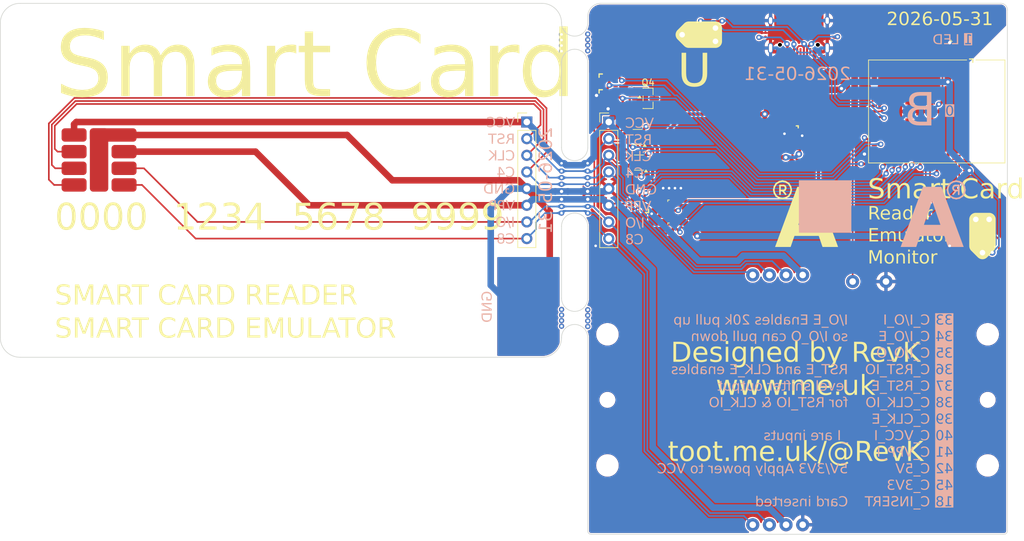
<source format=kicad_pcb>
(kicad_pcb (version 20241229) (generator "pcbnew") (generator_version "9.0")
  (title_block (title "ISO7816") (rev "1"))
  (layers (0 "F.Cu" signal) (2 "B.Cu" signal) (13 "F.Paste" user) (15 "B.Paste" user) (5 "F.SilkS" user "F.Silkscreen") (7 "B.SilkS" user "B.Silkscreen") (1 "F.Mask" user) (3 "B.Mask" user) (25 "Edge.Cuts" user))
  (property "DATE" "2023-06-02")
  (net 0 "")
  (net 1 "GND")
  (net 3 "LED")
  (net 4 "RTS")
  (net 5 "Net-(Q1A-GN)")
  (net 7 "VBUS")
  (net 8 "BST")
  (net 9 "SW")
  (net 10 "FB")
  (net 11 "Net-(J1-Pin_2)")
  (net 12 "EN")
  (net 13 "+3.3V")
  (net 14 "Net-(Q1B-GP)")
  (net 16 "D-")
  (net 17 "D+")
  (net 21 "RX")
  (net 24 "TX")
  (net 26 "C_VCC")
  (net 27 "C_VPP")
  (net 28 "C_8")
  (net 29 "C_RST")
  (net 30 "C_I{slash}O")
  (net 31 "C_4")
  (net 32 "C_CLK")
  (net 33 "C_VCC_I")
  (net 34 "Net-(Q2A-GN)")
  (net 35 "C_VPP_I")
  (net 36 "C_5V")
  (net 37 "C_I{slash}O_I")
  (net 38 "C_3V3")
  (net 39 "C_INSERT")
  (net 40 "Net-(J6-CC1)")
  (net 43 "Net-(J6-CC2)")
  (net 45 "Net-(Q3A-DN)")
  (net 46 "Net-(Q4-D)")
  (net 47 "Net-(U2-B)")
  (net 48 "Net-(U6-B)")
  (net 49 "C_I{slash}O_O")
  (net 50 "C_I{slash}O_E")
  (net 51 "C_CLK_E")
  (net 52 "C_RST_E")
  (net 53 "C_RST_IO")
  (net 54 "C_CLK_IO")
  (footprint "Connector_PinHeader_2.54mm:PinHeader_1x08_P2.54mm_Vertical" (layer "F.Cu") (at 150 91.11)
    (property "Reference" "J3" (hide yes))
    (property "Value" "Conn_01x08")
  )
  (footprint "RevK:R_0201" (layer "F.Cu") (at 153.5 86 180)
    (property "Reference" "R1" (hide yes))
    (property "Value" "20k")
  )
  (footprint "RevK:Tag-Connect_TC2030-IDC-NL_2x03_P1.27mm_Vertical" (layer "F.Cu") (at 207 108.5 90)
    (property "Reference" "J8" (hide yes))
    (property "Value" "TC2030-Serial-NL")
  )
  (footprint "RevK:R_0201" (layer "F.Cu") (at 159.5 104.6 180)
    (property "Reference" "R12" (hide yes))
    (property "Value" "10k")
  )
  (footprint "RevK:R_0201" (layer "F.Cu") (at 159.5 108.1 180)
    (property "Reference" "R13" (hide yes))
    (property "Value" "10k")
  )
  (footprint "RevK:R_0201" (layer "F.Cu") (at 151.2 88.8 180)
    (property "Reference" "R17" (hide yes))
    (property "Value" "10k")
  )
  (footprint "RevK:C_0201" (layer "F.Cu") (at 202.775 98.5 180)
    (property "Reference" "C6" (hide yes))
    (property "Value" "1uF")
  )
  (footprint "RevK:R_0201" (layer "F.Cu") (at 153.2 87.4 -90)
    (property "Reference" "R3" (hide yes))
    (property "Value" "10k")
  )
  (footprint "RevK:SOT-363_SC-70-6" (layer "F.Cu") (at 150.1 87.3375)
    (property "Reference" "Q3" (hide yes))
    (property "Value" "BSS138PS")
  )
  (footprint "RevK:R_0201" (layer "F.Cu") (at 147.8 86 -90)
    (property "Reference" "R9" (hide yes))
    (property "Value" "10R")
  )
  (footprint "RevK:ISO7816" (layer "F.Cu") (at 100 100)
    (property "Reference" "J2" (hide yes))
    (property "Value" "~" (hide yes))
    (fp_line (start -42.8 23.99) (end -42.8 -23.99) (stroke (width 0.1)) (layer "Edge.Cuts"))
    (fp_line (start -39.8 -26.99) (end 39.8 -26.99) (stroke (width 0.1)) (layer "Edge.Cuts"))
    (fp_line (start -39.8 26.99) (end 39.8 26.99) (stroke (width 0.1)) (layer "Edge.Cuts"))
    (fp_arc (start -42.8 -23.99) (mid -41.92132 -26.11132) (end -39.8 -26.99) (stroke (width 0.1)) (layer "Edge.Cuts"))
    (fp_arc (start -39.8 26.99) (mid -41.92132 26.11132) (end -42.8 23.99) (stroke (width 0.1)) (layer "Edge.Cuts"))
    (fp_arc (start 39.8 -26.99) (mid 41.92132 -26.11132) (end 42.8 -23.99) (stroke (width 0.1)) (layer "Edge.Cuts"))
    (fp_arc (start 42.8 23.99) (mid 41.92132 26.11132) (end 39.8 26.99) (stroke (width 0.1)) (layer "Edge.Cuts"))
  )
  (footprint "RevK:WCSP-4-0.78x0.78" (layer "F.Cu") (at 159.5 107 180)
    (property "Reference" "U5" (hide yes))
    (property "Value" "TPS22916CNYFPR")
  )
  (footprint "RevK:R_0201" (layer "F.Cu") (at 153.5 91.6)
    (property "Reference" "R19" (hide yes))
    (property "Value" "10k")
  )
  (footprint "RevK:DFN1006-2L" (layer "F.Cu") (at 152.4 95.7 -90)
    (property "Reference" "D5" (hide yes))
    (property "Value" "~")
  )
  (footprint "RevK:ESP32-S3-MINI-1" (layer "F.Cu") (at 197.5 89.5 -90)
    (property "Reference" "U1" (hide yes))
    (property "Value" "ESP32-S3-MINI-1-N4R2" (hide yes))
  )
  (footprint "RevK:R_0201" (layer "F.Cu") (at 152.3 97.1 -90)
    (property "Reference" "R8" (hide yes))
    (property "Value" "10R")
  )
  (footprint "RevK:DFN1006-2L" (layer "F.Cu") (at 156.7 102.7 -90)
    (property "Reference" "D2" (hide yes))
    (property "Value" "~")
  )
  (footprint "RevK:7434L0825S01LF" (layer "F.Cu") (at 178.8 133.49 180)
    (property "Reference" "J5" (hide yes))
    (property "Value" "~")
  )
  (footprint "Package_TO_SOT_SMD:SOT-23" (layer "F.Cu") (at 156 87.5)
    (property "Reference" "Q4")
    (property "Value" "BSS84")
  )
  (footprint "Package_TO_SOT_SMD:SOT-363_SC-70-6" (layer "F.Cu") (at 154.6 97.3 180)
    (property "Reference" "U6" (hide yes))
    (property "Value" "SN74LVC1T45DCK")
  )
  (footprint "RevK:SMD1010" (layer "F.Cu") (at 203 78 180)
    (property "Reference" "D1" (hide yes))
    (property "Value" "XL-1010RGBC-WS2812B" (hide yes))
  )
  (footprint "RevK:C_0402" (layer "F.Cu") (at 182.5 93.5)
    (property "Reference" "C16" (hide yes))
    (property "Value" "100nF 25V" (hide yes))
  )
  (footprint "RevK:SOT-363_SC-70-6" (layer "F.Cu") (at 154.5 103.7625 180)
    (property "Reference" "Q1" (hide yes))
    (property "Value" "BSS138PS")
  )
  (footprint "RevK:R_0201" (layer "F.Cu") (at 184.1 77.8 90)
    (property "Reference" "R10" (hide yes))
    (property "Value" "5K1")
  )
  (footprint "RevK:DFN1006-2L" (layer "F.Cu") (at 152.4 92.5 -90)
    (property "Reference" "D3" (hide yes))
    (property "Value" "~")
  )
  (footprint "RevK:SOT-363_SC-70-6" (layer "F.Cu") (at 150.1 84.9375)
    (property "Reference" "Q2" (hide yes))
    (property "Value" "BSS138PS")
  )
  (footprint "RevK:C_0201" (layer "F.Cu") (at 178.6 95 -90)
    (property "Reference" "C19" (hide yes))
    (property "Value" "18pF")
  )
  (footprint "RevK:C_0805" (layer "F.Cu") (at 173.5 86 180)
    (property "Reference" "C20" (hide yes))
    (property "Value" "47uF 6V")
  )
  (footprint "RevK:SOT-563" (layer "F.Cu") (at 178 93 -90)
    (property "Reference" "U3" (hide yes))
    (property "Value" "TPS562246")
  )
  (footprint "Package_TO_SOT_SMD:SOT-363_SC-70-6" (layer "F.Cu") (at 154.4 93.4 180)
    (property "Reference" "U2" (hide yes))
    (property "Value" "SN74LVC1T45DCK")
  )
  (footprint "RevK:R_0201" (layer "F.Cu") (at 153.5 95.7)
    (property "Reference" "R18" (hide yes))
    (property "Value" "10k")
  )
  (footprint "RevK:R_0201" (layer "F.Cu") (at 152.4 103.825 90)
    (property "Reference" "R6" (hide yes))
    (property "Value" "10R")
  )
  (footprint "RevK:R_0201" (layer "F.Cu") (at 178 95 -90)
    (property "Reference" "R14" (hide yes))
    (property "Value" "150k 1%")
  )
  (footprint "RevK:L_5x5" (layer "F.Cu") (at 178 88 90)
    (property "Reference" "L2" (hide yes))
    (property "Value" "4.7uH")
  )
  (footprint "RevK:Tag-Connect_TC2030-IDC-NL_2x03_P1.27mm_Vertical" (layer "F.Cu") (at 163.735 77.791)
    (property "Reference" "J7" (hide yes))
    (property "Value" "TC2030-USB-NL-DS")
  )
  (footprint "RevK:R_0201" (layer "F.Cu") (at 149.4 83.3)
    (property "Reference" "R4" (hide yes))
    (property "Value" "10k")
  )
  (footprint "RevK:C_0201" (layer "F.Cu") (at 173.8 87.5)
    (property "Reference" "C25" (hide yes))
    (property "Value" "100nF")
  )
  (footprint "RevK:R_0201" (layer "F.Cu") (at 179.8 95 -90)
    (property "Reference" "R16" (hide yes))
    (property "Value" "33k 1%")
  )
  (footprint "RevK:R_0201" (layer "F.Cu") (at 179.2 95 90)
    (property "Reference" "R15" (hide yes))
    (property "Value" "150k 1%")
  )
  (footprint "RevK:R_0201" (layer "F.Cu") (at 204 98.5 180)
    (property "Reference" "R2" (hide yes))
    (property "Value" "10k")
  )
  (footprint "RevK:C_0805" (layer "F.Cu") (at 182 91 90)
    (property "Reference" "C15" (hide yes))
    (property "Value" "22uF 25V")
  )
  (footprint "RevK:R_0201" (layer "F.Cu") (at 152.2 93.8 -90)
    (property "Reference" "R20" (hide yes))
    (property "Value" "10R")
  )
  (footprint "RevK:USB-C-Socket-H" (layer "F.Cu") (at 179 78.8375 180)
    (property "Reference" "J6" (hide yes))
    (property "Value" "USB-C-Socket-H")
  )
  (footprint "RevK:WCSP-4-0.78x0.78" (layer "F.Cu") (at 159.5 103.5 180)
    (property "Reference" "U4" (hide yes))
    (property "Value" "TPS22916CNYFPR")
  )
  (footprint "RevK:C_0201" (layer "F.Cu") (at 201.4 81.4)
    (property "Reference" "C24" (hide yes))
    (property "Value" "100nF")
  )
  (footprint "RevK:C_0201" (layer "F.Cu") (at 156.7 99.575 90)
    (property "Reference" "C23" (hide yes))
    (property "Value" "100nF")
  )
  (footprint "RevK:R_0201" (layer "F.Cu") (at 156.7 104.1 -90)
    (property "Reference" "R5" (hide yes))
    (property "Value" "10R")
  )
  (footprint "RevK:DFN1006-2L" (layer "F.Cu") (at 147.8 84.6 -90)
    (property "Reference" "D6" (hide yes))
    (property "Value" "~")
  )
  (footprint "RevK:C_0201" (layer "F.Cu") (at 177.4 95 -90)
    (property "Reference" "C18" (hide yes))
    (property "Value" "100nF")
  )
  (footprint "RevK:C_0201" (layer "F.Cu") (at 156.7 93.7 -90)
    (property "Reference" "C21" (hide yes))
    (property "Value" "100nF")
  )
  (footprint "RevK:C_0201" (layer "F.Cu") (at 161.1 106.925 90)
    (property "Reference" "C22" (hide yes))
    (property "Value" "100nF")
  )
  (footprint "RevK:R_0201" (layer "F.Cu") (at 173.9 77.8 -90)
    (property "Reference" "R11" (hide yes))
    (property "Value" "5K1")
  )
  (footprint "RevK:C_0402" (layer "F.Cu") (at 182.5 94.5)
    (property "Reference" "C17" (hide yes))
    (property "Value" "100nF 25V" (hide yes))
  )
  (footprint "Connector_PinHeader_2.54mm:PinHeader_1x08_P2.54mm_Vertical" (layer "F.Cu") (at 137.5 91.11)
    (property "Reference" "J4" (hide yes))
    (property "Value" "Conn_01x08")
  )
  (footprint "RevK:AA-Pad" (layer "B.Cu") (at 197.5 89.5 180)
    (property "Reference" "J1" (hide yes))
    (property "Value" "Conn_01x02")
  )
  (gr_rect (start 179 100) (end 187 108) (fill yes) (layer "B.SilkS"))
  (gr_arc (start 146.8 117.99) (mid 144.8 119.99) (end 142.8 117.99) (stroke (width 0.1)) (layer "Edge.Cuts"))
  (gr_line (start 147.3 153.99) (end 210.3 153.99) (stroke (width 0.1)) (layer "Edge.Cuts"))
  (gr_line (start 209.8 73.01) (end 148.8 73.01) (stroke (width 0.1)) (layer "Edge.Cuts"))
  (gr_arc (start 142.8 82.01) (mid 144.8 80.01) (end 146.8 82.01) (stroke (width 0.1)) (layer "Edge.Cuts"))
  (gr_line (start 210.8 153.49) (end 210.8 74.01) (stroke (width 0.1)) (layer "Edge.Cuts"))
  (gr_arc (start 146.8 95) (mid 144.8 97) (end 142.8 95) (stroke (width 0.1)) (layer "Edge.Cuts"))
  (gr_line (start 146.8 76.01) (end 146.8 75.016) (stroke (width 0.1)) (layer "Edge.Cuts"))
  (gr_line (start 142.8 95) (end 142.8 82.01) (stroke (width 0.1)) (layer "Edge.Cuts"))
  (gr_line (start 142.8 107) (end 142.8 117.99) (stroke (width 0.1)) (layer "Edge.Cuts"))
  (gr_arc (start 142.8 107) (mid 144.8 105) (end 146.8 107) (stroke (width 0.1)) (layer "Edge.Cuts"))
  (gr_line (start 146.8 107) (end 146.8 117.99) (stroke (width 0.1)) (layer "Edge.Cuts"))
  (gr_arc (start 210.8 153.49) (mid 210.653553 153.843553) (end 210.3 153.99) (stroke (width 0.1)) (layer "Edge.Cuts"))
  (gr_arc (start 146.8 76.01) (mid 144.8 78.01) (end 142.8 76.01) (stroke (width 0.1)) (layer "Edge.Cuts"))
  (gr_arc (start 209.8 73.01) (mid 210.507107 73.302893) (end 210.8 74.01) (stroke (width 0.1)) (layer "Edge.Cuts"))
  (gr_arc (start 142.8 123.99) (mid 144.8 121.99) (end 146.8 123.99) (stroke (width 0.1)) (layer "Edge.Cuts"))
  (gr_line (start 146.8 95) (end 146.8 82.01) (stroke (width 0.1)) (layer "Edge.Cuts"))
  (gr_line (start 146.8 123.99) (end 146.8 153.49) (stroke (width 0.1)) (layer "Edge.Cuts"))
  (gr_arc (start 147.3 153.99) (mid 146.946447 153.843553) (end 146.8 153.49) (stroke (width 0.1)) (layer "Edge.Cuts"))
  (gr_arc (start 146.8 75.016) (mid 147.383589 73.597773) (end 148.8 73.01) (stroke (width 0.1)) (layer "Edge.Cuts"))
  (gr_text "9999" (at 119.8 108.19 0) (layer "F.SilkS") (effects (font (size 4 4)) (justify left bottom)))
  (gr_text "1234" (at 83.6 108.19 0) (layer "F.SilkS") (effects (font (size 4 4)) (justify left bottom)))
  (gr_text "®" (at 176.5 101.5 0) (layer "F.SilkS") (effects (font (size 2 2) (thickness 0.25))))
  (gr_text "0000" (at 65.5 108.19 0) (layer "F.SilkS") (effects (font (size 4 4)) (justify left bottom)))
  (gr_text "5678" (at 101.7 108.19 0) (layer "F.SilkS") (effects (font (size 4 4)) (justify left bottom)))
  (gr_text "U" (at 160.5 86.5 0) (layer "F.SilkS") (effects (font (size 5 5)) (justify left bottom)))
  (gr_text "A" (at 175.3 111.7 0) (layer "F.SilkS") (effects (font (size 9 9) (thickness 0.3) (bold yes)) (justify left bottom)))
  (gr_text "${CURRENT_DATE}" (at 200.5 75.5 0) (layer "F.SilkS") (effects (font (size 2 2))))
  (gr_text "Reader\nEmulator\nMonitor" (at 189.5 108.5 0) (layer "F.SilkS") (effects (font (size 2 2)) (justify left)))
  (gr_text "Designed by RevK\nwww.me.uk\n\ntoot.me.uk/@RevK" (at 178.5 134 0) (layer "F.SilkS") (effects (font (size 3 3))))
  (gr_text "Smart Card" (at 65.5 83 0) (layer "F.SilkS") (effects (font (size 10 10)) (justify left)))
  (gr_text "Smart Card" (at 189.5 101.5 0) (layer "F.SilkS") (effects (font (size 3 3)) (justify left)))
  (gr_text "SMART CARD READER\nSMART CARD EMULATOR" (at 65.5 124.5 0) (layer "F.SilkS") (effects (font (size 3 3)) (justify left bottom)))
  (gr_text "®" (at 203 101.5 0) (layer "B.SilkS") (effects (font (size 2 2) (thickness 0.25)) (justify mirror)))
  (gr_text "${CURRENT_DATE}" (at 178.781083 83.88286 0) (layer "B.SilkS") (effects (font (size 2 2)) (justify mirror)))
  (gr_text "LED" (at 203.5 79.5 0) (layer "B.SilkS") (effects (font (size 1.5 1.5)) (justify left bottom mirror)))
  (gr_text "VCC\nRST\nCLK\nC4\nGND\nVPP\nI/O\nC8" (at 135.7 109.9 0) (layer "B.SilkS") (effects (font (size 1.51 1.51)) (justify left bottom mirror)))
  (gr_text "GND" (at 132.4 119.3 90) (layer "B.SilkS") (effects (font (size 1.51 1.51)) (justify bottom mirror)))
  (gr_text "${CURRENT_DATE}" (at 140.5 100 90) (layer "B.SilkS") (effects (font (size 2 2)) (justify mirror)))
  (gr_text "0" (at 202 89.5 0) (layer "B.SilkS" knockout) (effects (font (size 1.5 1.5)) (justify mirror)))
  (gr_text "VCC\nRST\nCLK\nC4\nGND\nVPP\nI/O\nC8" (at 152.5 110 0) (layer "B.SilkS") (effects (font (size 1.51 1.51)) (justify right bottom mirror)))
  (gr_text "C_I/O_I\nC_I/O_E\nC_I/O_O\nC_RST_IO\nC_RST_E\nC_CLK_IO\nC_CLK_E\nC_VCC_I\nC_VPP_I\nC_5V\nC_3V3\nC_INSERT" (at 199 120.5 0) (layer "B.SilkS") (effects (font (size 1.5 1.5)) (justify left top mirror)))
  (gr_text "33\n34\n35\n36\n37\n38\n39\n40\n41\n42\n45\n18" (at 202.5 120.5 0) (layer "B.SilkS" knockout) (effects (font (size 1.5 1.5)) (justify left top mirror)))
  (gr_text "A" (at 204.2 111.7 0) (layer "B.SilkS") (effects (font (size 9 9) (thickness 0.3) (bold yes)) (justify left bottom mirror)))
  (gr_text "I/O_E Enables 20k pull up\nso I/O_O can pull down\n\nRST_E and CLK_E enables\nlevel shifter output\nfor RST_IO & CLK_IO\n\n_I are inputs\n\n5V/3V3 Apply power to VCC\n\nCard inserted" (at 186.5 120.5 0) (layer "B.SilkS") (effects (font (size 1.5 1.5)) (justify left top mirror)))
  (gr_text "1" (at 205.5 79.5 0) (layer "B.SilkS" knockout) (effects (font (size 1.5 1.5)) (justify left bottom mirror)))
  (via (at 142.8 80.3) (size 0.8) (drill 0.4) (layers "F.Cu" "B.Cu") (net 0))
  (via (at 146.8 120.6) (size 0.8) (drill 0.4) (layers "F.Cu" "B.Cu") (net 0))
  (via (at 146.8 121.45) (size 0.8) (drill 0.4) (layers "F.Cu" "B.Cu") (net 0))
  (via (at 142.8 122.25) (size 0.8) (drill 0.4) (layers "F.Cu" "B.Cu") (net 0))
  (via (at 142.8 119.7) (size 0.8) (drill 0.4) (layers "F.Cu" "B.Cu") (net 0))
  (via (at 142.8 120.55) (size 0.8) (drill 0.4) (layers "F.Cu" "B.Cu") (net 0))
  (via (at 142.8 77.75) (size 0.8) (drill 0.4) (layers "F.Cu" "B.Cu") (net 0))
  (via (at 146.8 78.55) (size 0.8) (drill 0.4) (layers "F.Cu" "B.Cu") (net 0))
  (via (at 146.8 122.3) (size 0.8) (drill 0.4) (layers "F.Cu" "B.Cu") (net 0))
  (via (at 142.8 79.45) (size 0.8) (drill 0.4) (layers "F.Cu" "B.Cu") (net 0))
  (via (at 146.8 79.4) (size 0.8) (drill 0.4) (layers "F.Cu" "B.Cu") (net 0))
  (via (at 142.8 121.4) (size 0.8) (drill 0.4) (layers "F.Cu" "B.Cu") (net 0))
  (via (at 142.8 78.6) (size 0.8) (drill 0.4) (layers "F.Cu" "B.Cu") (net 0))
  (via (at 146.8 80.25) (size 0.8) (drill 0.4) (layers "F.Cu" "B.Cu") (net 0))
  (via (at 146.8 119.75) (size 0.8) (drill 0.4) (layers "F.Cu" "B.Cu") (net 0))
  (via (at 146.8 77.7) (size 0.8) (drill 0.4) (layers "F.Cu" "B.Cu") (net 0))
  (segment (start 117 100) (end 136.23 100) (width 1) (layer "F.Cu") (net 1))
  (segment (start 159.165 104.864648) (end 159.800352 105.5) (width 0.5) (layer "F.Cu") (net 1))
  (segment (start 150.925 88.1125) (end 151.05 87.9875) (width 0.25) (layer "F.Cu") (net 1))
  (segment (start 155.1 98.469774) (end 155.1 98.775) (width 0.25) (layer "F.Cu") (net 1))
  (segment (start 190.5 96.5) (end 189.5 96.5) (width 0.25) (layer "F.Cu") (net 1))
  (segment (start 189.5 96.5) (end 189 96) (width 0.25) (layer "F.Cu") (net 1))
  (segment (start 152.9 91.6) (end 152.4 92.1) (width 0.25) (layer "F.Cu") (net 1))
  (segment (start 202.575 78.425) (end 202 79) (width 0.25) (layer "F.Cu") (net 1))
  (segment (start 74.41 93.09) (end 110.09 93.09) (width 1) (layer "F.Cu") (net 1))
  (segment (start 161.127869 105.421) (end 161.936886 105.421) (width 0.5) (layer "F.Cu") (net 1))
  (segment (start 154.6 97.969774) (end 155.1 98.469774) (width 0.25) (layer "F.Cu") (net 1))
  (segment (start 161.1 107.2) (end 161.2 107.2) (width 0.25) (layer "F.Cu") (net 1))
  (segment (start 155.35 93.4) (end 155.069774 93.4) (width 0.25) (layer "F.Cu") (net 1))
  (segment (start 155.45 104.4125) (end 155.45 104.75) (width 0.25) (layer "F.Cu") (net 1))
  (segment (start 148.497998 86.6875) (end 148.129793 87.055705) (width 0.25) (layer "F.Cu") (net 1))
  (segment (start 159.165 108.04) (end 159.225 108.1) (width 0.25) (layer "F.Cu") (net 1))
  (segment (start 154.699 93.770774) (end 154.699 94.329226) (width 0.25) (layer "F.Cu") (net 1))
  (segment (start 136.23 100) (end 137.5 101.27) (width 1) (layer "F.Cu") (net 1))
  (segment (start 152.825 95.3) (end 152.4 95.3) (width 0.25) (layer "F.Cu") (net 1))
  (segment (start 155.45 104.75) (end 154.5 105.7) (width 0.25) (layer "F.Cu") (net 1))
  (segment (start 175.8 80.4075) (end 175.26 80.4075) (width 0.5) (layer "F.Cu") (net 1))
  (segment (start 183.32 79.811492) (end 179.706008 76.1975) (width 0.5) (layer "F.Cu") (net 1))
  (segment (start 155.269774 97.3) (end 154.6 97.969774) (width 0.25) (layer "F.Cu") (net 1))
  (segment (start 110.09 93.09) (end 117 100) (width 1) (layer "F.Cu") (net 1))
  (segment (start 182.2 80.4075) (end 182.74 80.4075) (width 0.5) (layer "F.Cu") (net 1))
  (segment (start 161.048869 105.5) (end 161.127869 105.421) (width 0.5) (layer "F.Cu") (net 1))
  (segment (start 155.55 97.3) (end 155.269774 97.3) (width 0.25) (layer "F.Cu") (net 1))
  (segment (start 155.069774 93.4) (end 154.699 93.770774) (width 0.25) (layer "F.Cu") (net 1))
  (segment (start 159.165 103.835) (end 159.165 104.864648) (width 0.5) (layer "F.Cu") (net 1))
  (segment (start 175.26 80.4075) (end 174.68 79.8275) (width 0.5) (layer "F.Cu") (net 1))
  (segment (start 141 104.77) (end 137.5 101.27) (width 1) (layer "F.Cu") (net 1))
  (segment (start 150.925 88.8) (end 150.2 88.8) (width 0.25) (layer "F.Cu") (net 1))
  (segment (start 149.15 86.6875) (end 148.497998 86.6875) (width 0.25) (layer "F.Cu") (net 1))
  (segment (start 141 107.27) (end 141 119) (width 1) (layer "F.Cu") (net 1))
  (segment (start 154.699 94.329226) (end 155.269774 94.9) (width 0.25) (layer "F.Cu") (net 1))
  (segment (start 153.225 95.7) (end 152.825 95.3) (width 0.25) (layer "F.Cu") (net 1))
  (segment (start 161.2 107.2) (end 162 108) (width 0.25) (layer "F.Cu") (net 1))
  (segment (start 174.68 79.62) (end 178.1025 76.1975) (width 0.5) (layer "F.Cu") (net 1))
  (segment (start 153.225 91.6) (end 152.9 91.6) (width 0.25) (layer "F.Cu") (net 1))
  (segment (start 182.74 80.4075) (end 183.32 79.8275) (width 0.5) (layer "F.Cu") (net 1))
  (segment (start 141 107.27) (end 141 104.77) (width 1) (layer "F.Cu") (net 1))
  (segment (start 159.165 107.335) (end 159.165 108.04) (width 0.25) (layer "F.Cu") (net 1))
  (segment (start 161.936886 105.421) (end 162.007943 105.492057) (width 0.5) (layer "F.Cu") (net 1))
  (segment (start 150.2 88.8) (end 149.9 89.1) (width 0.25) (layer "F.Cu") (net 1))
  (segment (start 150.925 88.8) (end 150.925 88.1125) (width 0.25) (layer "F.Cu") (net 1))
  (segment (start 155.269774 94.9) (end 155.9 94.9) (width 0.25) (layer "F.Cu") (net 1))
  (segment (start 159.800352 105.5) (end 161.048869 105.5) (width 0.5) (layer "F.Cu") (net 1))
  (via (at 148 110) (size 0.8) (drill 0.4) (layers "F.Cu" "B.Cu") (net 1))
  (via (at 160.1 101.2) (size 0.8) (drill 0.4) (layers "F.Cu" "B.Cu") (net 1))
  (via (at 202 79) (size 1) (drill 0.5) (layers "F.Cu" "B.Cu") (net 1))
  (via (at 176.8 92.9) (size 0.8) (drill 0.4) (layers "F.Cu" "B.Cu") (net 1))
  (via (at 159.2 101.2) (size 0.8) (drill 0.4) (layers "F.Cu" "B.Cu") (net 1))
  (via (at 202 110) (size 0.8) (drill 0.4) (layers "F.Cu" "B.Cu") (net 1))
  (via (at 148.129793 87.055705) (size 1) (drill 0.5) (layers "F.Cu" "B.Cu") (net 1))
  (via (at 149.9 89.1) (size 1) (drill 0.5) (layers "F.Cu" "B.Cu") (net 1))
  (via (at 142.8 101.696763) (size 1) (drill 0.5) (layers "F.Cu" "B.Cu") (net 1))
  (via (at 189 96) (size 1) (drill 0.5) (layers "F.Cu" "B.Cu") (net 1))
  (via (at 146.77328 101.696763) (size 1) (drill 0.5) (layers "F.Cu" "B.Cu") (net 1))
  (via (at 158.3 101.2) (size 0.8) (drill 0.4) (layers "F.Cu" "B.Cu") (net 1))
  (via (at 179.5 93.2) (size 0.8) (drill 0.4) (layers "F.Cu" "B.Cu") (net 1))
  (via (at 161 101.2) (size 0.8) (drill 0.4) (layers "F.Cu" "B.Cu") (net 1))
  (segment (start 138.873274 101.27) (end 139.303274 101.7) (width 1) (layer "B.Cu") (net 1))
  (segment (start 135 101.27) (end 132 104.27) (width 1) (layer "B.Cu") (net 1))
  (segment (start 145.822747 101.696763) (end 145.81951 101.7) (width 1) (layer "B.Cu") (net 1))
  (segment (start 150 101.27) (end 149.573237 101.696763) (width 1) (layer "B.Cu") (net 1))
  (segment (start 143.750533 101.696763) (end 142.8 101.696763) (width 1) (layer "B.Cu") (net 1))
  (segment (start 149.573237 101.696763) (end 145.822747 101.696763) (width 1) (layer "B.Cu") (net 1))
  (segment (start 145.81951 101.7) (end 143.75377 101.7) (width 1) (layer "B.Cu") (net 1))
  (segment (start 135 101.27) (end 138.873274 101.27) (width 1) (layer "B.Cu") (net 1))
  (segment (start 141.845151 101.696763) (end 142.8 101.696763) (width 1) (layer "B.Cu") (net 1))
  (segment (start 132 116) (end 135 119) (width 1) (layer "B.Cu") (net 1))
  (segment (start 143.75377 101.7) (end 143.750533 101.696763) (width 1) (layer "B.Cu") (net 1))
  (segment (start 141.841914 101.7) (end 141.845151 101.696763) (width 1) (layer "B.Cu") (net 1))
  (segment (start 132 104.27) (end 132 116) (width 1) (layer "B.Cu") (net 1))
  (segment (start 139.303274 101.7) (end 141.841914 101.7) (width 1) (layer "B.Cu") (net 1))
  (segment (start 200.05 82.5) (end 200.05 78.95) (width 0.25) (layer "F.Cu") (net 3))
  (segment (start 200.05 78.95) (end 201.425 77.575) (width 0.25) (layer "F.Cu") (net 3))
  (segment (start 201.425 77.575) (end 202.575 77.575) (width 0.25) (layer "F.Cu") (net 3))
  (segment (start 203.45 96.5) (end 203.45 98.45) (width 0.25) (layer "F.Cu") (net 4))
  (segment (start 203.45 98.45) (end 203.5 98.5) (width 0.25) (layer "F.Cu") (net 4))
  (segment (start 203.45 105.95) (end 204.73 107.23) (width 0.25) (layer "F.Cu") (net 4))
  (segment (start 204.73 107.23) (end 206.365 107.23) (width 0.25) (layer "F.Cu") (net 4))
  (segment (start 203.725 98.5) (end 203.5 98.5) (width 0.25) (layer "F.Cu") (net 4))
  (segment (start 203.45 98.45) (end 203.45 105.95) (width 0.25) (layer "F.Cu") (net 4))
  (segment (start 203.5 98.5) (end 203.05 98.5) (width 0.25) (layer "F.Cu") (net 4))
  (segment (start 155.45 103.7625) (end 156.6375 103.7625) (width 0.25) (layer "F.Cu") (net 5))
  (segment (start 156.6375 103.7625) (end 156.7 103.825) (width 0.25) (layer "F.Cu") (net 5))
  (segment (start 156.7 103.825) (end 156.7 103.1) (width 0.25) (layer "F.Cu") (net 5))
  (segment (start 179.994999 96.825) (end 182 94.819999) (width 0.25) (layer "F.Cu") (net 7))
  (segment (start 162.465 78.426) (end 165.3425 81.3035) (width 0.25) (layer "F.Cu") (net 7))
  (segment (start 176.524 81.3035) (end 176.6 81.2275) (width 0.25) (layer "F.Cu") (net 7))
  (segment (start 176.6 82.1) (end 176.7 82.2) (width 0.5) (layer "F.Cu") (net 7))
  (segment (start 181.3 82.2) (end 176.7 82.2) (width 1) (layer "F.Cu") (net 7))
  (segment (start 182 91.9375) (end 179.176 91.9375) (width 1) (layer "F.Cu") (net 7))
  (segment (start 178 96.166727) (end 178.658273 96.825) (width 0.25) (layer "F.Cu") (net 7))
  (segment (start 165.3425 81.3035) (end 176.524 81.3035) (width 0.25) (layer "F.Cu") (net 7))
  (segment (start 179.335 103.165) (end 182 100.5) (width 0.5) (layer "F.Cu") (net 7))
  (segment (start 187.5 83.5) (end 187.5 90.5) (width 1) (layer "F.Cu") (net 7))
  (segment (start 179.176 91.9375) (end 178.826 92.2875) (width 1) (layer "F.Cu") (net 7))
  (segment (start 186.2 82.2) (end 187.5 83.5) (width 1) (layer "F.Cu") (net 7))
  (segment (start 159.835 103.165) (end 179.335 103.165) (width 0.5) (layer "F.Cu") (net 7))
  (segment (start 181.3 82.2) (end 186.2 82.2) (width 1) (layer "F.Cu") (net 7))
  (segment (start 181.4 82.1) (end 181.3 82.2) (width 0.5) (layer "F.Cu") (net 7))
  (segment (start 182 100.5) (end 182 94.5) (width 0.5) (layer "F.Cu") (net 7))
  (segment (start 187.5 90.5) (end 186.0625 91.9375) (width 1) (layer "F.Cu") (net 7))
  (segment (start 176.6 81.2275) (end 176.6 80.4075) (width 0.25) (layer "F.Cu") (net 7))
  (segment (start 178 95.275) (end 178 96.166727) (width 0.25) (layer "F.Cu") (net 7))
  (segment (start 182 91.9375) (end 182 94.5) (width 1) (layer "F.Cu") (net 7))
  (segment (start 186.0625 91.9375) (end 182 91.9375) (width 1) (layer "F.Cu") (net 7))
  (segment (start 182 94.819999) (end 182 94.5) (width 0.25) (layer "F.Cu") (net 7))
  (segment (start 176.6 80.4075) (end 176.6 82.1) (width 0.5) (layer "F.Cu") (net 7))
  (segment (start 178.658273 96.825) (end 179.994999 96.825) (width 0.25) (layer "F.Cu") (net 7))
  (segment (start 181.4 80.4075) (end 181.4 82.1) (width 0.5) (layer "F.Cu") (net 7))
  (segment (start 177.4 94.725) (end 177.4 93.8125) (width 0.25) (layer "F.Cu") (net 8))
  (segment (start 177.4 93.8125) (end 177.5 93.7125) (width 0.25) (layer "F.Cu") (net 8))
  (segment (start 178 92.2875) (end 178 91.403178) (width 0.25) (layer "F.Cu") (net 9))
  (segment (start 177.4 95.275) (end 176.175 95.275) (width 0.25) (layer "F.Cu") (net 9))
  (segment (start 176.175 95.275) (end 175.5 94.6) (width 0.25) (layer "F.Cu") (net 9))
  (segment (start 178 89.8) (end 178 91.403178) (width 1) (layer "F.Cu") (net 9))
  (segment (start 178 89.8) (end 178 91.756732) (width 0.5) (layer "F.Cu") (net 9))
  (segment (start 175.5 91) (end 176.7 89.8) (width 0.25) (layer "F.Cu") (net 9))
  (segment (start 175.5 94.6) (end 175.5 91) (width 0.25) (layer "F.Cu") (net 9))
  (segment (start 178.6 94.725) (end 178.6 93.8125) (width 0.25) (layer "F.Cu") (net 10))
  (segment (start 178.6 93.8125) (end 178.5 93.7125) (width 0.25) (layer "F.Cu") (net 10))
  (segment (start 178.6 94.725) (end 179.8 94.725) (width 0.25) (layer "F.Cu") (net 10))
  (segment (start 200.35 88.3912) (end 200.9 87.8412) (width 0.25) (layer "F.Cu") (net 11))
  (segment (start 200.9 87.8412) (end 200.9 82.5) (width 0.25) (layer "F.Cu") (net 11))
  (via (at 200.35 88.3912) (size 0.8) (drill 0.4) (layers "F.Cu" "B.Cu") (net 11))
  (segment (start 200.2988 88.3912) (end 199.19 89.5) (width 0.25) (layer "B.Cu") (net 11))
  (segment (start 200.35 88.3912) (end 200.2988 88.3912) (width 0.25) (layer "B.Cu") (net 11))
  (segment (start 178 94.725) (end 178 93.7125) (width 0.25) (layer "F.Cu") (net 12))
  (segment (start 174.4375 89.2625) (end 173.8 89.9) (width 1) (layer "F.Cu") (net 13))
  (segment (start 179.2 95.275) (end 179.2 95.8) (width 0.25) (layer "F.Cu") (net 13))
  (segment (start 156.7 98) (end 156.65 97.95) (width 0.5) (layer "F.Cu") (net 13))
  (segment (start 207.635 110.135) (end 208.5 111) (width 0.25) (layer "F.Cu") (net 13))
  (segment (start 178 86.2) (end 181.3 86.2) (width 1) (layer "F.Cu") (net 13))
  (segment (start 161.542554 106.373) (end 161.5222 106.373) (width 1) (layer "F.Cu") (net 13))
  (segment (start 163.5 108.330446) (end 161.542554 106.373) (width 1) (layer "F.Cu") (net 13))
  (segment (start 204.116 77.99819) (end 203.69281 77.575) (width 0.5) (layer "F.Cu") (net 13))
  (segment (start 201.75 82.5) (end 201.75 83.5) (width 0.5) (layer "F.Cu") (net 13))
  (segment (start 156.45 94.05) (end 157.4 95) (width 0.5) (layer "F.Cu") (net 13))
  (segment (start 173.8 89.125) (end 173.775 89.1) (width 0.25) (layer "F.Cu") (net 13))
  (segment (start 163.5 108.5) (end 163.5 108.330446) (width 1) (layer "F.Cu") (net 13))
  (segment (start 174.4375 86) (end 177.8 86) (width 1) (layer "F.Cu") (net 13))
  (segment (start 173.8 89.9) (end 173.8 95.3) (width 0.5) (layer "F.Cu") (net 13))
  (segment (start 155.35 94.05) (end 156.45 94.05) (width 0.5) (layer "F.Cu") (net 13))
  (segment (start 173.8 89.9) (end 161.6 89.9) (width 0.5) (layer "F.Cu") (net 13))
  (segment (start 178 86.2) (end 185.3 86.2) (width 1) (layer "F.Cu") (net 13))
  (segment (start 157.4 95) (end 157.4 97.2) (width 0.5) (layer "F.Cu") (net 13))
  (segment (start 203.69281 77.575) (end 203.425 77.575) (width 0.5) (layer "F.Cu") (net 13))
  (segment (start 159.877 106.623) (end 161.1 106.623) (width 0.5) (layer "F.Cu") (net 13))
  (segment (start 179.2 95.8) (end 179 96) (width 0.25) (layer "F.Cu") (net 13))
  (segment (start 201.75 82.5) (end 201.75 81.6) (width 0.5) (layer "F.Cu") (net 13))
  (segment (start 201.75 81.6) (end 204.116 79.234) (width 0.5) (layer "F.Cu") (net 13))
  (segment (start 156.7 97.9) (end 156.7 98) (width 0.5) (layer "F.Cu") (net 13))
  (segment (start 157.4 97.2) (end 156.7 97.9) (width 0.5) (layer "F.Cu") (net 13))
  (segment (start 156.65 97.95) (end 155.55 97.95) (width 0.5) (layer "F.Cu") (net 13))
  (segment (start 201.75 83.5) (end 201.725 83.525) (width 1) (layer "F.Cu") (net 13))
  (segment (start 156.7 98) (end 156.7 99.294) (width 0.5) (layer "F.Cu") (net 13))
  (segment (start 204.116 79.234) (end 204.116 77.99819) (width 0.5) (layer "F.Cu") (net 13))
  (segment (start 207.635 109.77) (end 207.635 110.135) (width 0.25) (layer "F.Cu") (net 13))
  (segment (start 159.835 106.665) (end 159.877 106.623) (width 0.5) (layer "F.Cu") (net 13))
  (segment (start 174.4375 86) (end 174.4375 89.2625) (width 1) (layer "F.Cu") (net 13))
  (segment (start 173.8 89.9) (end 173.8 89.125) (width 0.25) (layer "F.Cu") (net 13))
  (segment (start 175 96.5) (end 177 96.5) (width 0.5) (layer "F.Cu") (net 13))
  (segment (start 179.2 95.275) (end 178.6 95.275) (width 0.25) (layer "F.Cu") (net 13))
  (segment (start 185.3 86.2) (end 185.5 86) (width 1) (layer "F.Cu") (net 13))
  (segment (start 157.45 94.05) (end 155.35 94.05) (width 0.5) (layer "F.Cu") (net 13))
  (segment (start 201.725 83.525) (end 201.725 85) (width 1) (layer "F.Cu") (net 13))
  (segment (start 173.8 95.3) (end 175 96.5) (width 0.5) (layer "F.Cu") (net 13))
  (segment (start 161.6 89.9) (end 157.45 94.05) (width 0.5) (layer "F.Cu") (net 13))
  (segment (start 205 98.5) (end 204.301 98.5) (width 0.5) (layer "F.Cu") (net 13))
  (via (at 201.725 85) (size 1) (drill 0.5) (layers "F.Cu" "B.Cu") (net 13))
  (via (at 205 98.5) (size 1) (drill 0.5) (layers "F.Cu" "B.Cu") (net 13))
  (via (at 185.5 86) (size 1) (drill 0.5) (layers "F.Cu" "B.Cu") (net 13))
  (via (at 179 96) (size 1) (drill 0.5) (layers "F.Cu" "B.Cu") (net 13))
  (via (at 177 96.5) (size 1) (drill 0.5) (layers "F.Cu" "B.Cu") (net 13))
  (via (at 163.5 108.5) (size 1) (drill 0.5) (layers "F.Cu" "B.Cu") (net 13))
  (via (at 173.8 89.9) (size 1) (drill 0.5) (layers "F.Cu" "B.Cu") (net 13))
  (via (at 208.5 111) (size 1) (drill 0.5) (layers "F.Cu" "B.Cu") (net 13))
  (segment (start 209.5 110) (end 209.5 103) (width 0.25) (layer "B.Cu") (net 13))
  (segment (start 186.5 85) (end 185.5 86) (width 1) (layer "B.Cu") (net 13))
  (segment (start 177 96.5) (end 178.5 96.5) (width 0.5) (layer "B.Cu") (net 13))
  (segment (start 163.5 108.5) (end 195 108.5) (width 1) (layer "B.Cu") (net 13))
  (segment (start 202 95.5) (end 205 98.5) (width 1) (layer "B.Cu") (net 13))
  (segment (start 202 85.275) (end 201.725 85) (width 1) (layer "B.Cu") (net 13))
  (segment (start 202 85.275) (end 202 95.5) (width 1) (layer "B.Cu") (net 13))
  (segment (start 201.725 85) (end 186.5 85) (width 1) (layer "B.Cu") (net 13))
  (segment (start 178.5 96.5) (end 179 96) (width 0.5) (layer "B.Cu") (net 13))
  (segment (start 209.5 103) (end 205 98.5) (width 0.25) (layer "B.Cu") (net 13))
  (segment (start 195 108.5) (end 205 98.5) (width 1) (layer "B.Cu") (net 13))
  (segment (start 208.5 111) (end 209.5 110) (width 0.25) (layer "B.Cu") (net 13))
  (segment (start 152.6855 104.1) (end 153.023 103.7625) (width 0.25) (layer "F.Cu") (net 14))
  (segment (start 153.023 103.7625) (end 153.55 103.7625) (width 0.25) (layer "F.Cu") (net 14))
  (segment (start 152.4 104.1) (end 152.6855 104.1) (width 0.25) (layer "F.Cu") (net 14))
  (segment (start 179.75 80.4075) (end 179.75 79.243017) (width 0.25) (layer "F.Cu") (net 16))
  (segment (start 165.005 77.156) (end 163.735 78.426) (width 0.25) (layer "F.Cu") (net 16))
  (segment (start 179.75 79.243017) (end 179.795893 79.197124) (width 0.25) (layer "F.Cu") (net 16))
  (segment (start 191.5 89.5) (end 192.012653 88.987347) (width 0.25) (layer "F.Cu") (net 16))
  (segment (start 165.005 76.595) (end 165.005 77.156) (width 0.25) (layer "F.Cu") (net 16))
  (segment (start 167.3 75.7) (end 165.9 75.7) (width 0.25) (layer "F.Cu") (net 16))
  (segment (start 190.5 89.5) (end 191.5 89.5) (width 0.25) (layer "F.Cu") (net 16))
  (segment (start 179.493178 79.5115) (end 179.75 79.768322) (width 0.25) (layer "F.Cu") (net 16))
  (segment (start 178.75 79.768322) (end 179.006822 79.5115) (width 0.25) (layer "F.Cu") (net 16))
  (segment (start 179.006822 79.5115) (end 179.493178 79.5115) (width 0.25) (layer "F.Cu") (net 16))
  (segment (start 165.9 75.7) (end 165.005 76.595) (width 0.25) (layer "F.Cu") (net 16))
  (segment (start 178.75 80.4075) (end 178.75 79.768322) (width 0.25) (layer "F.Cu") (net 16))
  (segment (start 179.75 79.768322) (end 179.75 80.4075) (width 0.25) (layer "F.Cu") (net 16))
  (segment (start 162.465 77.156) (end 163.735 78.426) (width 0.25) (layer "F.Cu") (net 16))
  (via (at 167.3 75.7) (size 0.8) (drill 0.4) (layers "F.Cu" "B.Cu") (net 16))
  (via (at 179.795893 79.197124) (size 0.8) (drill 0.4) (layers "F.Cu" "B.Cu") (net 16))
  (via (at 192.012653 88.987347) (size 0.8) (drill 0.4) (layers "F.Cu" "B.Cu") (net 16))
  (segment (start 184.5 87.363604) (end 185.186396 88.05) (width 0.25) (layer "B.Cu") (net 16))
  (segment (start 180.66829 80.069521) (end 180.705917 80.069521) (width 0.25) (layer "B.Cu") (net 16))
  (segment (start 184.5 83.863604) (end 184.5 87.363604) (width 0.25) (layer "B.Cu") (net 16))
  (segment (start 168.9135 76.6135) (end 168 75.7) (width 0.25) (layer "B.Cu") (net 16))
  (segment (start 177.185269 76.6135) (end 168.9135 76.6135) (width 0.25) (layer "B.Cu") (net 16))
  (segment (start 180.705917 80.069521) (end 184.5 83.863604) (width 0.25) (layer "B.Cu") (net 16))
  (segment (start 185.186396 88.05) (end 190.05 88.05) (width 0.25) (layer "B.Cu") (net 16))
  (segment (start 179.795893 79.197124) (end 177.198769 76.6) (width 0.25) (layer "B.Cu") (net 16))
  (segment (start 168 75.7) (end 167.3 75.7) (width 0.25) (layer "B.Cu") (net 16))
  (segment (start 190.987347 88.987347) (end 192.012653 88.987347) (width 0.25) (layer "B.Cu") (net 16))
  (segment (start 179.795893 79.197124) (end 180.66829 80.069521) (width 0.25) (layer "B.Cu") (net 16))
  (segment (start 177.198769 76.6) (end 177.185269 76.6135) (width 0.25) (layer "B.Cu") (net 16))
  (segment (start 190.05 88.05) (end 190.987347 88.987347) (width 0.25) (layer "B.Cu") (net 16))
  (segment (start 190.5 90.35) (end 191.85 90.35) (width 0.25) (layer "F.Cu") (net 17))
  (segment (start 179.041178 81.3035) (end 179.25 81.094678) (width 0.25) (layer "F.Cu") (net 17))
  (segment (start 164 75.7) (end 164 76.891) (width 0.25) (layer "F.Cu") (net 17))
  (segment (start 178.25 80.4075) (end 178.25 79.247869) (width 0.25) (layer "F.Cu") (net 17))
  (segment (start 164 76.891) (end 163.735 77.156) (width 0.25) (layer "F.Cu") (net 17))
  (segment (start 191.85 90.35) (end 192 90.5) (width 0.25) (layer "F.Cu") (net 17))
  (segment (start 178.25 80.4075) (end 178.25 81.046678) (width 0.25) (layer "F.Cu") (net 17))
  (segment (start 179.25 81.094678) (end 179.25 80.4075) (width 0.25) (layer "F.Cu") (net 17))
  (segment (start 178.506822 81.3035) (end 179.041178 81.3035) (width 0.25) (layer "F.Cu") (net 17))
  (segment (start 178.25 81.046678) (end 178.506822 81.3035) (width 0.25) (layer "F.Cu") (net 17))
  (segment (start 178.25 79.247869) (end 178.247574 79.245443) (width 0.25) (layer "F.Cu") (net 17))
  (via (at 178.247574 79.245443) (size 0.8) (drill 0.4) (layers "F.Cu" "B.Cu") (net 17))
  (via (at 192 90.5) (size 0.8) (drill 0.4) (layers "F.Cu" "B.Cu") (net 17))
  (via (at 164 75.7) (size 0.8) (drill 0.4) (layers "F.Cu" "B.Cu") (net 17))
  (segment (start 176.595148 77.1) (end 167.556008 77.1) (width 0.25) (layer "B.Cu") (net 17))
  (segment (start 178.247574 79.245443) (end 178 79.493017) (width 0.25) (layer "B.Cu") (net 17))
  (segment (start 178 79.493017) (end 178 79.5) (width 0.25) (layer "B.Cu") (net 17))
  (segment (start 178 79.5) (end 179.019521 80.519521) (width 0.25) (layer "B.Cu") (net 17))
  (segment (start 184 87.5) (end 185 88.5) (width 0.25) (layer "B.Cu") (net 17))
  (segment (start 166.156008 75.7) (end 164 75.7) (width 0.25) (layer "B.Cu") (net 17))
  (segment (start 178.247574 79.245443) (end 178.247574 78.752426) (width 0.25) (layer "B.Cu") (net 17))
  (segment (start 184 84) (end 184 87.5) (width 0.25) (layer "B.Cu") (net 17))
  (segment (start 179.019521 80.519521) (end 180.519521 80.519521) (width 0.25) (layer "B.Cu") (net 17))
  (segment (start 178.247574 78.752426) (end 176.595148 77.1) (width 0.25) (layer "B.Cu") (net 17))
  (segment (start 180.519521 80.519521) (end 184 84) (width 0.25) (layer "B.Cu") (net 17))
  (segment (start 189.863604 88.5) (end 191.863604 90.5) (width 0.25) (layer "B.Cu") (net 17))
  (segment (start 191.863604 90.5) (end 192 90.5) (width 0.25) (layer "B.Cu") (net 17))
  (segment (start 185 88.5) (end 189.863604 88.5) (width 0.25) (layer "B.Cu") (net 17))
  (segment (start 167.556008 77.1) (end 166.156008 75.7) (width 0.25) (layer "B.Cu") (net 17))
  (segment (start 199 106.5) (end 201 108.5) (width 0.25) (layer "F.Cu") (net 21))
  (segment (start 199 97.5) (end 199 106.5) (width 0.25) (layer "F.Cu") (net 21))
  (segment (start 201 108.5) (end 206.365 108.5) (width 0.25) (layer "F.Cu") (net 21))
  (segment (start 199.2 96.5) (end 199.2 97.3) (width 0.25) (layer "F.Cu") (net 21))
  (segment (start 199.2 97.3) (end 199 97.5) (width 0.25) (layer "F.Cu") (net 21))
  (segment (start 207.5 113.5) (end 209.5 111.5) (width 0.25) (layer "F.Cu") (net 24))
  (segment (start 198.35 96.5) (end 198.35 107.85) (width 0.25) (layer "F.Cu") (net 24))
  (segment (start 204 113.5) (end 207.5 113.5) (width 0.25) (layer "F.Cu") (net 24))
  (segment (start 209 108.5) (end 207.635 108.5) (width 0.25) (layer "F.Cu") (net 24))
  (segment (start 209.5 109) (end 209 108.5) (width 0.25) (layer "F.Cu") (net 24))
  (segment (start 209.5 111.5) (end 209.5 109) (width 0.25) (layer "F.Cu") (net 24))
  (segment (start 198.35 107.85) (end 204 113.5) (width 0.25) (layer "F.Cu") (net 24))
  (segment (start 154.249 94.485396) (end 153.813604 94.05) (width 0.25) (layer "F.Cu") (net 26))
  (segment (start 153.2 87.675) (end 153.2 88.175) (width 0.25) (layer "F.Cu") (net 26))
  (segment (start 153.983378 97.95) (end 154.899 97.034378) (width 0.25) (layer "F.Cu") (net 26))
  (segment (start 153.5 88.5) (end 154.1125 88.5) (width 1) (layer "F.Cu") (net 26))
  (segment (start 156.651019 105.102181) (end 156.541701 105.102181) (width 1) (layer "F.Cu") (net 26))
  (segment (start 156.914 106.414) (end 156.541701 106.041701) (width 1) (layer "F.Cu") (net 26))
  (segment (start 153.45 94.05) (end 153.774999 94.05) (width 0.25) (layer "F.Cu") (net 26))
  (segment (start 158 103.615242) (end 158 103.7532) (width 1) (layer "F.Cu") (net 26))
  (segment (start 154.249 94.515622) (end 154.249 94.485396) (width 0.25) (layer "F.Cu") (net 26))
  (segment (start 137.5 91.11) (end 68.79 91.11) (width 1) (layer "F.Cu") (net 26))
  (segment (start 153.2 88.175) (end 153.575 88.55) (width 0.25) (layer "F.Cu") (net 26))
  (segment (start 152.25 89.75) (end 153.5 88.5) (width 1) (layer "F.Cu") (net 26))
  (segment (start 154.551 93.273999) (end 154.551 88.9385) (width 0.25) (layer "F.Cu") (net 26))
  (segment (start 158 103.7532) (end 156.651019 105.102181) (width 1) (layer "F.Cu") (net 26))
  (segment (start 158.701242 102.914) (end 158 103.615242) (width 1) (layer "F.Cu") (net 26))
  (segment (start 154.899 97.034378) (end 154.899 95.165622) (width 0.25) (layer "F.Cu") (net 26))
  (segment (start 154.1125 88.5) (end 154.1625 88.55) (width 1) (layer "F.Cu") (net 26))
  (segment (start 158.914 102.914) (end 158.701242 102.914) (width 1) (layer "F.Cu") (net 26))
  (segment (start 68.45 91.45) (end 68.45 93.09) (width 1) (layer "F.Cu") (net 26))
  (segment (start 153.813604 94.05) (end 153.45 94.05) (width 0.25) (layer "F.Cu") (net 26))
  (segment (start 68.79 91.11) (end 68.45 91.45) (width 1) (layer "F.Cu") (net 26))
  (segment (start 153.65 97.95) (end 153.983378 97.95) (width 0.25) (layer "F.Cu") (net 26))
  (segment (start 150 91) (end 151.25 89.75) (width 1) (layer "F.Cu") (net 26))
  (segment (start 158.884 106.414) (end 156.914 106.414) (width 1) (layer "F.Cu") (net 26))
  (segment (start 154.551 88.9385) (end 154.1625 88.55) (width 0.25) (layer "F.Cu") (net 26))
  (segment (start 154.1625 88.55) (end 153.575 88.55) (width 0.25) (layer "F.Cu") (net 26))
  (segment (start 156.541701 106.041701) (end 156.541701 105.102181) (width 1) (layer "F.Cu") (net 26))
  (segment (start 154.899 95.165622) (end 154.249 94.515622) (width 0.25) (layer "F.Cu") (net 26))
  (segment (start 151.25 89.75) (end 152.25 89.75) (width 1) (layer "F.Cu") (net 26))
  (segment (start 153.774999 94.05) (end 154.551 93.273999) (width 0.25) (layer "F.Cu") (net 26))
  (via (at 146.77328 97.4) (size 0.8) (drill 0.4) (layers "F.Cu" "B.Cu") (net 26))
  (via (at 142.8 97.4) (size 0.8) (drill 0.4) (layers "F.Cu" "B.Cu") (net 26))
  (via (at 156.541701 105.102181) (size 0.8) (drill 0.4) (layers "F.Cu" "B.Cu") (net 26))
  (segment (start 146.77328 97.4) (end 146.333274 97.4) (width 1) (layer "B.Cu") (net 26))
  (segment (start 159.782811 108.363751) (end 159.782811 108.343292) (width 1) (layer "B.Cu") (net 26))
  (segment (start 139.045 92.9) (end 139.045 93.245) (width 1) (layer "B.Cu") (net 26))
  (segment (start 139.051 93.651) (end 139.051 92.906) (width 1) (layer "B.Cu") (net 26))
  (segment (start 142.8 97.4) (end 139.051 93.651) (width 1) (layer "B.Cu") (net 26))
  (segment (start 160.447635 109.008116) (end 160.427176 109.008116) (width 1) (layer "B.Cu") (net 26))
  (segment (start 159.782811 108.343292) (end 156.541701 105.102181) (width 1) (layer "B.Cu") (net 26))
  (segment (start 152.102 97.3) (end 152.453 97.651) (width 1) (layer "B.Cu") (net 26))
  (segment (start 146.333274 97.4) (end 146.033274 97.7) (width 1) (layer "B.Cu") (net 26))
  (segment (start 163.713518 112.274) (end 160.447635 109.008116) (width 1) (layer "B.Cu") (net 26))
  (segment (start 176.64 111.5) (end 170.5 111.5) (width 1) (layer "B.Cu") (net 26))
  (segment (start 143.5 97.7) (end 146.033274 97.7) (width 1) (layer "B.Cu") (net 26))
  (segment (start 153.001 99.288654) (end 153.001 101.561482) (width 1) (layer "B.Cu") (net 26))
  (segment (start 143.2 97.4) (end 142.8 97.4) (width 1) (layer "B.Cu") (net 26))
  (segment (start 152.1 93.4) (end 152.1 97.3) (width 1) (layer "B.Cu") (net 26))
  (segment (start 143.5 97.7) (end 143.2 97.4) (width 1) (layer "B.Cu") (net 26))
  (segment (start 152.452 98.739654) (end 153.001 99.288654) (width 1) (layer "B.Cu") (net 26))
  (segment (start 139.051 92.906) (end 139.045 92.9) (width 1) (layer "B.Cu") (net 26))
  (segment (start 139.045 92.655) (end 139.045 92.9) (width 1) (layer "B.Cu") (net 26))
  (segment (start 170.5 111.5) (end 169.726 112.274) (width 1) (layer "B.Cu") (net 26))
  (segment (start 137.5 91.11) (end 139.045 92.655) (width 1) (layer "B.Cu") (net 26))
  (segment (start 150 91.11) (end 147.7 93.41) (width 1) (layer "B.Cu") (net 26))
  (segment (start 147.7 96.47328) (end 146.77328 97.4) (width 1) (layer "B.Cu") (net 26))
  (segment (start 152.452 97.652) (end 152.452 98.739654) (width 1) (layer "B.Cu") (net 26))
  (segment (start 147.7 93.41) (end 147.7 96.47328) (width 1) (layer "B.Cu") (net 26))
  (segment (start 160.427176 109.008116) (end 159.782811 108.363751) (width 1) (layer "B.Cu") (net 26))
  (segment (start 153.001 101.561482) (end 156.541701 105.102181) (width 1) (layer "B.Cu") (net 26))
  (segment (start 179.58 114.44) (end 176.64 111.5) (width 1) (layer "B.Cu") (net 26))
  (segment (start 169.726 112.274) (end 163.713518 112.274) (width 1) (layer "B.Cu") (net 26))
  (segment (start 150 91.3) (end 152.1 93.4) (width 1) (layer "B.Cu") (net 26))
  (segment (start 152.453 97.651) (end 152.452 97.652) (width 1) (layer "B.Cu") (net 26))
  (segment (start 76.07 95.63) (end 96.12 95.63) (width 1) (layer "F.Cu") (net 27))
  (segment (start 104.3 103.81) (end 137.5 103.81) (width 1) (layer "F.Cu") (net 27))
  (segment (start 152.4 103.55) (end 150.26 103.55) (width 0.25) (layer "F.Cu") (net 27))
  (segment (start 96.12 95.63) (end 104.3 103.81) (width 1) (layer "F.Cu") (net 27))
  (via (at 142.800006 102.896763) (size 1) (drill 0.5) (layers "F.Cu" "B.Cu") (net 27))
  (via (at 146.8 102.9) (size 1) (drill 0.5) (layers "F.Cu" "B.Cu") (net 27))
  (segment (start 150 103.81) (end 149.086763 102.896763) (width 1) (layer "B.Cu") (net 27))
  (segment (start 152.2 109.1) (end 152.2 106.01) (width 1) (layer "B.Cu") (net 27))
  (segment (start 152.2 106.01) (end 150 103.81) (width 1) (layer "B.Cu") (net 27))
  (segment (start 142.33897 102.9) (end 142.342207 102.896763) (width 1) (layer "B.Cu") (net 27))
  (segment (start 146.319803 102.896763) (end 146.316566 102.9) (width 1) (layer "B.Cu") (net 27))
  (segment (start 146.316566 102.9) (end 143.256714 102.9) (width 1) (layer "B.Cu") (net 27))
  (segment (start 174.422 149.922) (end 165.922 149.922) (width 1) (layer "B.Cu") (net 27))
  (segment (start 156.703 140.703) (end 156.703 113.603) (width 1) (layer "B.Cu") (net 27))
  (segment (start 137.5 103.81) (end 138.41 102.9) (width 1) (layer "B.Cu") (net 27))
  (segment (start 142.342207 102.896763) (end 142.800006 102.896763) (width 1) (layer "B.Cu") (net 27))
  (segment (start 138.41 102.9) (end 142.33897 102.9) (width 1) (layer "B.Cu") (net 27))
  (segment (start 143.253477 102.896763) (end 142.800006 102.896763) (width 1) (layer "B.Cu") (net 27))
  (segment (start 156.703 113.603) (end 152.2 109.1) (width 1) (layer "B.Cu") (net 27))
  (segment (start 149.086763 102.896763) (end 146.319803 102.896763) (width 1) (layer "B.Cu") (net 27))
  (segment (start 177.04 152.54) (end 174.422 149.922) (width 1) (layer "B.Cu") (net 27))
  (segment (start 143.256714 102.9) (end 143.253477 102.896763) (width 1) (layer "B.Cu") (net 27))
  (segment (start 165.922 149.922) (end 156.703 140.703) (width 1) (layer "B.Cu") (net 27))
  (segment (start 137.5 108.89) (end 86.99 108.89) (width 0.25) (layer "F.Cu") (net 28))
  (segment (start 78.81 100.71) (end 86.99 108.89) (width 0.25) (layer "F.Cu") (net 28))
  (segment (start 76.07 100.71) (end 78.81 100.71) (width 0.25) (layer "F.Cu") (net 28))
  (via (at 146.799994 105.003237) (size 0.8) (drill 0.4) (layers "F.Cu" "B.Cu") (net 28))
  (via (at 142.8 105) (size 0.8) (drill 0.4) (layers "F.Cu" "B.Cu") (net 28))
  (segment (start 137.5 108.89) (end 138.9 107.49) (width 0.25) (layer "B.Cu") (net 28))
  (segment (start 142.8 105) (end 143.127002 104.672998) (width 0.25) (layer "B.Cu") (net 28))
  (segment (start 148.824 107.714) (end 148.824 106) (width 0.25) (layer "B.Cu") (net 28))
  (segment (start 170.62 151.2) (end 165.3 151.2) (width 0.25) (layer "B.Cu") (net 28))
  (segment (start 138.9 107.49) (end 138.9 106.4) (width 0.25) (layer "B.Cu") (net 28))
  (segment (start 138.9 106.4) (end 140.3 105) (width 0.25) (layer "B.Cu") (net 28))
  (segment (start 155.425 141.325) (end 155.425 114.315) (width 0.25) (layer "B.Cu") (net 28))
  (segment (start 155.425 114.315) (end 150 108.89) (width 0.25) (layer "B.Cu") (net 28))
  (segment (start 150 108.89) (end 148.824 107.714) (width 0.25) (layer "B.Cu") (net 28))
  (segment (start 148.824 106) (end 147.827237 105.003237) (width 0.25) (layer "B.Cu") (net 28))
  (segment (start 143.127002 104.672998) (end 146.469755 104.672998) (width 0.25) (layer "B.Cu") (net 28))
  (segment (start 146.469755 104.672998) (end 146.799994 105.003237) (width 0.25) (layer "B.Cu") (net 28))
  (segment (start 165.3 151.2) (end 155.425 141.325) (width 0.25) (layer "B.Cu") (net 28))
  (segment (start 147.827237 105.003237) (end 146.799994 105.003237) (width 0.25) (layer "B.Cu") (net 28))
  (segment (start 140.3 105) (end 142.8 105) (width 0.25) (layer "B.Cu") (net 28))
  (segment (start 171.96 152.54) (end 170.62 151.2) (width 0.25) (layer "B.Cu") (net 28))
  (segment (start 139.6 91.55) (end 137.5 93.65) (width 0.25) (layer "F.Cu") (net 29))
  (segment (start 65.5 95.2) (end 65.5 91.7) (width 0.25) (layer "F.Cu") (net 29))
  (segment (start 68.84 88.36) (end 138.587208 88.36) (width 0.25) (layer "F.Cu") (net 29))
  (segment (start 152.2 94.075) (end 150.425 94.075) (width 0.25) (layer "F.Cu") (net 29))
  (segment (start 139.6 89.372792) (end 139.6 91.55) (width 0.25) (layer "F.Cu") (net 29))
  (segment (start 138.587208 88.36) (end 139.6 89.372792) (width 0.25) (layer "F.Cu") (net 29))
  (segment (start 65.93 95.63) (end 65.5 95.2) (width 0.25) (layer "F.Cu") (net 29))
  (segment (start 68.45 95.63) (end 65.93 95.63) (width 0.25) (layer "F.Cu") (net 29))
  (segment (start 65.5 91.7) (end 68.84 88.36) (width 0.25) (layer "F.Cu") (net 29))
  (via (at 146.77328 98.596754) (size 0.8) (drill 0.4) (layers "F.Cu" "B.Cu") (net 29))
  (via (at 142.8 98.596754) (size 0.8) (drill 0.4) (layers "F.Cu" "B.Cu") (net 29))
  (segment (start 148.8 94.85) (end 150 93.65) (width 0.25) (layer "B.Cu") (net 29))
  (segment (start 152.176 99.631794) (end 152.176 101.903208) (width 0.25) (layer "B.Cu") (net 29))
  (segment (start 160.08545 109.833116) (end 160.105908 109.833116) (width 0.25) (layer "B.Cu") (net 29))
  (segment (start 151.275 97.705488) (end 151.626 98.056488) (width 0.25) (layer "B.Cu") (net 29))
  (segment (start 150 93.65) (end 151.275 94.925) (width 0.25) (layer "B.Cu") (net 29))
  (segment (start 170.067726 113.099) (end 170.841726 112.325) (width 0.25) (layer "B.Cu") (net 29))
  (segment (start 151.626 99.081794) (end 152.176 99.631794) (width 0.25) (layer "B.Cu") (net 29))
  (segment (start 151.275 94.925) (end 151.275 97.705488) (width 0.25) (layer "B.Cu") (net 29))
  (segment (start 147.553246 98.596754) (end 148.8 97.35) (width 0.25) (layer "B.Cu") (net 29))
  (segment (start 148.8 97.35) (end 148.8 94.85) (width 0.25) (layer "B.Cu") (net 29))
  (segment (start 160.105908 109.833116) (end 163.371792 113.099) (width 0.25) (layer "B.Cu") (net 29))
  (segment (start 146.77328 98.596754) (end 147.553246 98.596754) (width 0.25) (layer "B.Cu") (net 29))
  (segment (start 174.925 112.325) (end 177.04 114.44) (width 0.25) (layer "B.Cu") (net 29))
  (segment (start 151.626 98.056488) (end 151.626 99.081794) (width 0.25) (layer "B.Cu") (net 29))
  (segment (start 163.371792 113.099) (end 170.067726 113.099) (width 0.25) (layer "B.Cu") (net 29))
  (segment (start 170.841726 112.325) (end 174.925 112.325) (width 0.25) (layer "B.Cu") (net 29))
  (segment (start 152.176 101.903208) (end 158.957811 108.685019) (width 0.25) (layer "B.Cu") (net 29))
  (segment (start 158.957811 108.685019) (end 158.957811 108.705477) (width 0.25) (layer "B.Cu") (net 29))
  (segment (start 142.446754 98.596754) (end 142.8 98.596754) (width 0.25) (layer "B.Cu") (net 29))
  (segment (start 137.5 93.65) (end 142.446754 98.596754) (width 0.25) (layer "B.Cu") (net 29))
  (segment (start 142.8 98.596754) (end 146.77328 98.596754) (width 0.25) (layer "B.Cu") (net 29))
  (segment (start 158.957811 108.705477) (end 160.08545 109.833116) (width 0.25) (layer "B.Cu") (net 29))
  (segment (start 149.15 87.9875) (end 147.9 87.9875) (width 0.25) (layer "F.Cu") (net 30))
  (segment (start 147.2 86.575) (end 147.5 86.275) (width 0.25) (layer "F.Cu") (net 30))
  (segment (start 137.5 106.35) (end 87.25 106.35) (width 0.25) (layer "F.Cu") (net 30))
  (segment (start 147.6875 87.9875) (end 147.2 87.5) (width 0.25) (layer "F.Cu") (net 30))
  (segment (start 149.725 87.9875) (end 149.15 87.9875) (width 0.25) (layer "F.Cu") (net 30))
  (segment (start 79.1 98.17) (end 76.07 98.17) (width 0.25) (layer "F.Cu") (net 30))
  (segment (start 87.25 106.35) (end 87.25 106.32) (width 0.25) (layer "F.Cu") (net 30))
  (segment (start 147.9 87.9875) (end 147.6875 87.9875) (width 0.25) (layer "F.Cu") (net 30))
  (segment (start 87.25 106.32) (end 79.1 98.17) (width 0.25) (layer "F.Cu") (net 30))
  (segment (start 150.399 86.1615) (end 150.399 87.3135) (width 0.25) (layer "F.Cu") (net 30))
  (segment (start 147.5 86.275) (end 147.8 86.275) (width 0.25) (layer "F.Cu") (net 30))
  (segment (start 147.8 104.15) (end 147.8 88.0875) (width 0.25) (layer "F.Cu") (net 30))
  (segment (start 150 106.35) (end 147.8 104.15) (width 0.25) (layer "F.Cu") (net 30))
  (segment (start 147.2 87.5) (end 147.2 86.575) (width 0.25) (layer "F.Cu") (net 30))
  (segment (start 150.399 87.3135) (end 149.725 87.9875) (width 0.25) (layer "F.Cu") (net 30))
  (segment (start 150.399 86.1615) (end 153.0635 86.1615) (width 0.25) (layer "F.Cu") (net 30))
  (segment (start 147.8 88.0875) (end 147.9 87.9875) (width 0.25) (layer "F.Cu") (net 30))
  (segment (start 153.0635 86.1615) (end 153.225 86) (width 0.25) (layer "F.Cu") (net 30))
  (via (at 146.797836 104) (size 0.8) (drill 0.4) (layers "F.Cu" "B.Cu") (net 30))
  (via (at 142.797842 103.996763) (size 0.8) (drill 0.4) (layers "F.Cu" "B.Cu") (net 30))
  (segment (start 155.876 113.942726) (end 151.375 109.441726) (width 0.25) (layer "B.Cu") (net 30))
  (segment (start 147.65 104) (end 150 106.35) (width 0.25) (layer "B.Cu") (net 30))
  (segment (start 140.303237 103.996763) (end 142.797842 103.996763) (width 0.25) (layer "B.Cu") (net 30))
  (segment (start 165.48681 150.749) (end 155.876 141.13819) (width 0.25) (layer "B.Cu") (net 30))
  (segment (start 146.794599 103.996763) (end 146.797836 104) (width 0.25) (layer "B.Cu") (net 30))
  (segment (start 151.375 109.441726) (end 151.375 107.725) (width 0.25) (layer "B.Cu") (net 30))
  (segment (start 151.375 107.725) (end 150 106.35) (width 0.25) (layer "B.Cu") (net 30))
  (segment (start 172.709 150.749) (end 165.48681 150.749) (width 0.25) (layer "B.Cu") (net 30))
  (segment (start 174.5 152.54) (end 172.709 150.749) (width 0.25) (layer "B.Cu") (net 30))
  (segment (start 146.797836 104) (end 147.65 104) (width 0.25) (layer "B.Cu") (net 30))
  (segment (start 142.797842 103.996763) (end 146.794599 103.996763) (width 0.25) (layer "B.Cu") (net 30))
  (segment (start 137.95 106.35) (end 140.303237 103.996763) (width 0.25) (layer "B.Cu") (net 30))
  (segment (start 155.876 141.13819) (end 155.876 113.942726) (width 0.25) (layer "B.Cu") (net 30))
  (segment (start 137.5 98.73) (end 140.5 95.73) (width 0.25) (layer "F.Cu") (net 31))
  (segment (start 140.5 89) (end 138.94 87.44) (width 0.25) (layer "F.Cu") (net 31))
  (segment (start 65.41 100.71) (end 68.45 100.71) (width 0.25) (layer "F.Cu") (net 31))
  (segment (start 64.6 91.327208) (end 64.6 99.9) (width 0.25) (layer "F.Cu") (net 31))
  (segment (start 140.5 95.73) (end 140.5 89) (width 0.25) (layer "F.Cu") (net 31))
  (segment (start 68.487208 87.44) (end 64.6 91.327208) (width 0.25) (layer "F.Cu") (net 31))
  (segment (start 138.94 87.44) (end 68.487208 87.44) (width 0.25) (layer "F.Cu") (net 31))
  (segment (start 64.6 99.9) (end 65.41 100.71) (width 0.25) (layer "F.Cu") (net 31))
  (via (at 146.77328 100.59676) (size 0.8) (drill 0.4) (layers "F.Cu" "B.Cu") (net 31))
  (via (at 142.8 100.59676) (size 0.8) (drill 0.4) (layers "F.Cu" "B.Cu") (net 31))
  (segment (start 158.057811 109.078269) (end 162.979542 114) (width 0.25) (layer "B.Cu") (net 31))
  (segment (start 137.5 98.73) (end 139.36676 100.59676) (width 0.25) (layer "B.Cu") (net 31))
  (segment (start 151.275 102.275) (end 158.057811 109.057811) (width 0.25) (layer "B.Cu") (net 31))
  (segment (start 139.36676 100.59676) (end 142.8 100.59676) (width 0.25) (layer "B.Cu") (net 31))
  (segment (start 162.979542 114) (end 171.52 114) (width 0.25) (layer "B.Cu") (net 31))
  (segment (start 171.52 114) (end 171.96 114.44) (width 0.25) (layer "B.Cu") (net 31))
  (segment (start 151.275 100.005) (end 151.275 102.275) (width 0.25) (layer "B.Cu") (net 31))
  (segment (start 150 98.73) (end 151.275 100.005) (width 0.25) (layer "B.Cu") (net 31))
  (segment (start 150 98.73) (end 148.13324 100.59676) (width 0.25) (layer "B.Cu") (net 31))
  (segment (start 158.057811 109.057811) (end 158.057811 109.078269) (width 0.25) (layer "B.Cu") (net 31))
  (segment (start 148.13324 100.59676) (end 142.8 100.59676) (width 0.25) (layer "B.Cu") (net 31))
  (segment (start 151.185 97.375) (end 150 96.19) (width 0.25) (layer "F.Cu") (net 32))
  (segment (start 68.653604 87.91) (end 65.05 91.513604) (width 0.25) (layer "F.Cu") (net 32))
  (segment (start 65.05 91.513604) (end 65.05 97.65) (width 0.25) (layer "F.Cu") (net 32))
  (segment (start 138.773604 87.91) (end 68.653604 87.91) (width 0.25) (layer "F.Cu") (net 32))
  (segment (start 65.57 98.17) (end 68.45 98.17) (width 0.25) (layer "F.Cu") (net 32))
  (segment (start 140.05 93.64) (end 140.05 89.186396) (width 0.25) (layer "F.Cu") (net 32))
  (segment (start 137.5 96.19) (end 140.05 93.64) (width 0.25) (layer "F.Cu") (net 32))
  (segment (start 140.05 89.186396) (end 138.773604 87.91) (width 0.25) (layer "F.Cu") (net 32))
  (segment (start 65.05 97.65) (end 65.57 98.17) (width 0.25) (layer "F.Cu") (net 32))
  (segment (start 152.3 97.375) (end 151.185 97.375) (width 0.25) (layer "F.Cu") (net 32))
  (via (at 146.77328 99.596757) (size 0.8) (drill 0.4) (layers "F.Cu" "B.Cu") (net 32))
  (via (at 142.8 99.596757) (size 0.8) (drill 0.4) (layers "F.Cu" "B.Cu") (net 32))
  (segment (start 151.726 99.81819) (end 151.726 102.089604) (width 0.25) (layer "B.Cu") (net 32))
  (segment (start 151.176 98.242884) (end 151.176 99.26819) (width 0.25) (layer "B.Cu") (net 32))
  (segment (start 159.919512 110.283116) (end 163.185396 113.549) (width 0.25) (layer "B.Cu") (net 32))
  (segment (start 137.5 96.19) (end 140.906757 99.596757) (width 0.25) (layer "B.Cu") (net 32))
  (segment (start 158.507811 108.891873) (end 159.899054 110.283116) (width 0.25) (layer "B.Cu") (net 32))
  (segment (start 170.254122 113.549) (end 171.028122 112.775) (width 0.25) (layer "B.Cu") (net 32))
  (segment (start 140.906757 99.596757) (end 142.8 99.596757) (width 0.25) (layer "B.Cu") (net 32))
  (segment (start 172.835 112.775) (end 174.5 114.44) (width 0.25) (layer "B.Cu") (net 32))
  (segment (start 151.726 102.089604) (end 158.507811 108.871415) (width 0.25) (layer "B.Cu") (net 32))
  (segment (start 158.507811 108.871415) (end 158.507811 108.891873) (width 0.25) (layer "B.Cu") (net 32))
  (segment (start 159.899054 110.283116) (end 159.919512 110.283116) (width 0.25) (layer "B.Cu") (net 32))
  (segment (start 171.028122 112.775) (end 172.835 112.775) (width 0.25) (layer "B.Cu") (net 32))
  (segment (start 148.7 98.086396) (end 149.25 97.536396) (width 0.25) (layer "B.Cu") (net 32))
  (segment (start 148.7 98.9) (end 148.7 98.086396) (width 0.25) (layer "B.Cu") (net 32))
  (segment (start 151.176 99.26819) (end 151.726 99.81819) (width 0.25) (layer "B.Cu") (net 32))
  (segment (start 150 97.066884) (end 151.176 98.242884) (width 0.25) (layer "B.Cu") (net 32))
  (segment (start 150 96.19) (end 150 97.066884) (width 0.25) (layer "B.Cu") (net 32))
  (segment (start 146.77328 99.596757) (end 148.003243 99.596757) (width 0.25) (layer "B.Cu") (net 32))
  (segment (start 148.003243 99.596757) (end 148.7 98.9) (width 0.25) (layer "B.Cu") (net 32))
  (segment (start 149.25 97.536396) (end 149.25 96.94) (width 0.25) (layer "B.Cu") (net 32))
  (segment (start 163.185396 113.549) (end 170.254122 113.549) (width 0.25) (layer "B.Cu") (net 32))
  (segment (start 142.8 99.596757) (end 146.77328 99.596757) (width 0.25) (layer "B.Cu") (net 32))
  (segment (start 149.25 96.94) (end 150 96.19) (width 0.25) (layer "B.Cu") (net 32))
  (segment (start 195.226192 97.586802) (end 195.226192 97.97571) (width 0.25) (layer "F.Cu") (net 33))
  (segment (start 153.55 104.4125) (end 154.125 104.4125) (width 0.25) (layer "F.Cu") (net 33))
  (segment (start 195.8 96.5) (end 195.8 97.012994) (width 0.25) (layer "F.Cu") (net 33))
  (segment (start 195.8 97.012994) (end 195.226192 97.586802) (width 0.25) (layer "F.Cu") (net 33))
  (segment (start 154.696043 103.841457) (end 154.696043 101.700888) (width 0.25) (layer "F.Cu") (net 33))
  (segment (start 154.125 104.4125) (end 154.696043 103.841457) (width 0.25) (layer "F.Cu") (net 33))
  (via (at 195.226192 97.97571) (size 0.8) (drill 0.4) (layers "F.Cu" "B.Cu") (net 33))
  (via (at 154.696043 101.700888) (size 0.8) (drill 0.4) (layers "F.Cu" "B.Cu") (net 33))
  (segment (start 155.396931 101) (end 154.696043 101.700888) (width 0.25) (layer "B.Cu") (net 33))
  (segment (start 171.695228 102.15) (end 168.595228 99.05) (width 0.25) (layer "B.Cu") (net 33))
  (segment (start 191.440812 102.15) (end 171.695228 102.15) (width 0.25) (layer "B.Cu") (net 33))
  (segment (start 195.226192 98.36462) (end 191.440812 102.15) (width 0.25) (layer "B.Cu") (net 33))
  (segment (start 155.88891 101) (end 155.396931 101) (width 0.25) (layer "B.Cu") (net 33))
  (segment (start 195.226192 97.97571) (end 195.226192 98.36462) (width 0.25) (layer "B.Cu") (net 33))
  (segment (start 168.595228 99.05) (end 157.83891 99.05) (width 0.25) (layer "B.Cu") (net 33))
  (segment (start 157.83891 99.05) (end 155.88891 101) (width 0.25) (layer "B.Cu") (net 33))
  (segment (start 147.8 85.725) (end 147.8 85) (width 0.25) (layer "F.Cu") (net 34))
  (segment (start 149.15 84.9375) (end 147.8625 84.9375) (width 0.25) (layer "F.Cu") (net 34))
  (segment (start 155.45 102.14637) (end 155.67038 101.92599) (width 0.25) (layer "F.Cu") (net 35))
  (segment (start 196.65 96.5) (end 196.65 97.188299) (width 0.25) (layer "F.Cu") (net 35))
  (segment (start 196.65 97.188299) (end 196.178704 97.659595) (width 0.25) (layer "F.Cu") (net 35))
  (segment (start 155.45 103.1125) (end 155.45 102.14637) (width 0.25) (layer "F.Cu") (net 35))
  (via (at 155.67038 101.92599) (size 0.8) (drill 0.4) (layers "F.Cu" "B.Cu") (net 35))
  (via (at 196.178704 97.659595) (size 0.8) (drill 0.4) (layers "F.Cu" "B.Cu") (net 35))
  (segment (start 196.178704 98.048504) (end 191.627208 102.6) (width 0.25) (layer "B.Cu") (net 35))
  (segment (start 158.025306 99.5) (end 155.67038 101.854926) (width 0.25) (layer "B.Cu") (net 35))
  (segment (start 155.67038 101.854926) (end 155.67038 101.92599) (width 0.25) (layer "B.Cu") (net 35))
  (segment (start 191.627208 102.6) (end 171.508832 102.6) (width 0.25) (layer "B.Cu") (net 35))
  (segment (start 171.508832 102.6) (end 168.408832 99.5) (width 0.25) (layer "B.Cu") (net 35))
  (segment (start 168.408832 99.5) (end 158.025306 99.5) (width 0.25) (layer "B.Cu") (net 35))
  (segment (start 196.178704 97.659595) (end 196.178704 98.048504) (width 0.25) (layer "B.Cu") (net 35))
  (segment (start 197.5 98) (end 197.5 96.5) (width 0.25) (layer "F.Cu") (net 36))
  (segment (start 159.835 103.835) (end 159.835 104.54) (width 0.25) (layer "F.Cu") (net 36))
  (segment (start 159.775 104.6) (end 160.6 104.6) (width 0.25) (layer "F.Cu") (net 36))
  (segment (start 159.835 104.54) (end 159.775 104.6) (width 0.25) (layer "F.Cu") (net 36))
  (via (at 160.6 104.6) (size 0.8) (drill 0.4) (layers "F.Cu" "B.Cu") (net 36))
  (via (at 197.5 98) (size 0.8) (drill 0.4) (layers "F.Cu" "B.Cu") (net 36))
  (segment (start 196.863604 98) (end 197.5 98) (width 0.25) (layer "B.Cu") (net 36))
  (segment (start 171.322436 103.05) (end 191.813604 103.05) (width 0.25) (layer "B.Cu") (net 36))
  (segment (start 162.2 103) (end 171.272436 103) (width 0.25) (layer "B.Cu") (net 36))
  (segment (start 160.6 104.6) (end 162.2 103) (width 0.25) (layer "B.Cu") (net 36))
  (segment (start 191.813604 103.05) (end 196.863604 98) (width 0.25) (layer "B.Cu") (net 36))
  (segment (start 171.272436 103) (end 171.322436 103.05) (width 0.25) (layer "B.Cu") (net 36))
  (segment (start 151.05 84.2875) (end 151.474578 84.2875) (width 0.25) (layer "F.Cu") (net 37))
  (segment (start 190.5 93.75) (end 189.25 93.75) (width 0.25) (layer "F.Cu") (net 37))
  (segment (start 189.25 93.75) (end 189 93.5) (width 0.25) (layer "F.Cu") (net 37))
  (segment (start 151.474578 84.2875) (end 151.975002 84.787924) (width 0.25) (layer "F.Cu") (net 37))
  (via (at 189 93.5) (size 0.8) (drill 0.4) (layers "F.Cu" "B.Cu") (net 37))
  (via (at 151.975002 84.787924) (size 0.8) (drill 0.4) (layers "F.Cu" "B.Cu") (net 37))
  (segment (start 158.8 84.8) (end 173 99) (width 0.25) (layer "B.Cu") (net 37))
  (segment (start 151.987078 84.8) (end 158.8 84.8) (width 0.25) (layer "B.Cu") (net 37))
  (segment (start 184 99) (end 189 94) (width 0.25) (layer "B.Cu") (net 37))
  (segment (start 173 99) (end 184 99) (width 0.25) (layer "B.Cu") (net 37))
  (segment (start 151.975002 84.787924) (end 151.987078 84.8) (width 0.25) (layer "B.Cu") (net 37))
  (segment (start 189 94) (end 189 93.5) (width 0.25) (layer "B.Cu") (net 37))
  (segment (start 159.835 107.335) (end 159.835 108.04) (width 0.25) (layer "F.Cu") (net 38))
  (segment (start 159.835 107.335) (end 160.309695 107.335) (width 0.25) (layer "F.Cu") (net 38))
  (segment (start 200.05 98.95) (end 200.05 96.5) (width 0.25) (layer "F.Cu") (net 38))
  (segment (start 200 99) (end 200.05 98.95) (width 0.25) (layer "F.Cu") (net 38))
  (segment (start 160.309695 107.335) (end 160.882811 107.908116) (width 0.25) (layer "F.Cu") (net 38))
  (segment (start 159.835 108.04) (end 159.775 108.1) (width 0.25) (layer "F.Cu") (net 38))
  (via (at 200 99) (size 0.8) (drill 0.4) (layers "F.Cu" "B.Cu") (net 38))
  (via (at 160.882811 107.908116) (size 0.8) (drill 0.4) (layers "F.Cu" "B.Cu") (net 38))
  (segment (start 164.5 103.5) (end 160.882811 107.117189) (width 0.25) (layer "B.Cu") (net 38))
  (segment (start 200 99) (end 196.5 99) (width 0.25) (layer "B.Cu") (net 38))
  (segment (start 192 103.5) (end 164.5 103.5) (width 0.25) (layer "B.Cu") (net 38))
  (segment (start 160.882811 107.117189) (end 160.882811 107.908116) (width 0.25) (layer "B.Cu") (net 38))
  (segment (start 196.5 99) (end 192 103.5) (width 0.25) (layer "B.Cu") (net 38))
  (segment (start 187.2 91.966726) (end 187.2 115.44) (width 0.25) (layer "F.Cu") (net 39))
  (segment (start 190.5 88.65) (end 189.85 88.65) (width 0.25) (layer "F.Cu") (net 39))
  (segment (start 188.325 90.841726) (end 187.2 91.966726) (width 0.25) (layer "F.Cu") (net 39))
  (segment (start 188.325 90.175) (end 188.325 90.841726) (width 0.25) (layer "F.Cu") (net 39))
  (segment (start 189.85 88.65) (end 188.325 90.175) (width 0.25) (layer "F.Cu") (net 39))
  (segment (start 184.9 78.1) (end 184.125 78.1) (width 0.25) (layer "F.Cu") (net 40))
  (segment (start 180.818322 79.2) (end 180.9 79.2) (width 0.25) (layer "F.Cu") (net 40))
  (segment (start 180.25 80.4075) (end 180.25 79.768322) (width 0.25) (layer "F.Cu") (net 40))
  (segment (start 180.25 79.768322) (end 180.818322 79.2) (width 0.25) (layer "F.Cu") (net 40))
  (segment (start 184.125 78.1) (end 184.1 78.075) (width 0.25) (layer "F.Cu") (net 40))
  (via (at 180.9 79.2) (size 0.8) (drill 0.4) (layers "F.Cu" "B.Cu") (net 40))
  (via (at 184.9 78.1) (size 0.8) (drill 0.4) (layers "F.Cu" "B.Cu") (net 40))
  (segment (start 182 78.1) (end 184.9 78.1) (width 0.25) (layer "B.Cu") (net 40))
  (segment (start 180.9 79.2) (end 182 78.1) (width 0.25) (layer "B.Cu") (net 40))
  (segment (start 172.9 78.2) (end 173.775 78.2) (width 0.25) (layer "F.Cu") (net 43))
  (segment (start 177.25 79.247502) (end 177.2 79.197502) (width 0.25) (layer "F.Cu") (net 43))
  (segment (start 173.775 78.2) (end 173.9 78.075) (width 0.25) (layer "F.Cu") (net 43))
  (segment (start 177.25 80.4075) (end 177.25 79.247502) (width 0.25) (layer "F.Cu") (net 43))
  (via (at 172.9 78.2) (size 0.8) (drill 0.4) (layers "F.Cu" "B.Cu") (net 43))
  (via (at 177.2 79.197502) (size 0.8) (drill 0.4) (layers "F.Cu" "B.Cu") (net 43))
  (segment (start 176.202498 78.2) (end 172.9 78.2) (width 0.25) (layer "B.Cu") (net 43))
  (segment (start 177.2 79.197502) (end 176.202498 78.2) (width 0.25) (layer "B.Cu") (net 43))
  (segment (start 154.4875 87.125) (end 155.0625 86.55) (width 0.25) (layer "F.Cu") (net 45))
  (segment (start 151.05 86.6875) (end 152.7625 86.6875) (width 0.25) (layer "F.Cu") (net 45))
  (segment (start 152.7625 86.6875) (end 153.2 87.125) (width 0.25) (layer "F.Cu") (net 45))
  (segment (start 153.2 87.125) (end 154.4875 87.125) (width 0.25) (layer "F.Cu") (net 45))
  (segment (start 153.775 86) (end 153.851 85.924) (width 0.25) (layer "F.Cu") (net 46))
  (segment (start 155.851322 85.924) (end 156.9375 87.010178) (width 0.25) (layer "F.Cu") (net 46))
  (segment (start 156.9375 87.010178) (end 156.9375 87.5) (width 0.25) (layer "F.Cu") (net 46))
  (segment (start 153.851 85.924) (end 155.851322 85.924) (width 0.25) (layer "F.Cu") (net 46))
  (segment (start 153.45 92.75) (end 152.55 92.75) (width 0.25) (layer "F.Cu") (net 47))
  (segment (start 152.2 93.525) (end 152.2 93.1) (width 0.25) (layer "F.Cu") (net 47))
  (segment (start 152.4 92.9) (end 152.55 92.75) (width 0.25) (layer "F.Cu") (net 47))
  (segment (start 152.2 93.1) (end 152.4 92.9) (width 0.25) (layer "F.Cu") (net 47))
  (segment (start 152.4 96.725) (end 152.3 96.825) (width 0.25) (layer "F.Cu") (net 48))
  (segment (start 152.4 96.1) (end 152.4 96.5) (width 0.25) (layer "F.Cu") (net 48))
  (segment (start 152.4 96.5) (end 152.4 96.725) (width 0.25) (layer "F.Cu") (net 48))
  (segment (start 152.55 96.65) (end 152.4 96.5) (width 0.25) (layer "F.Cu") (net 48))
  (segment (start 153.65 96.65) (end 152.55 96.65) (width 0.25) (layer "F.Cu") (net 48))
  (segment (start 191.2 97.5) (end 191.55 97.15) (width 0.25) (layer "F.Cu") (net 49))
  (segment (start 151.475 88.8) (end 152.1 88.175) (width 0.25) (layer "F.Cu") (net 49))
  (segment (start 191.55 97.15) (end 191.55 96.5) (width 0.25) (layer "F.Cu") (net 49))
  (segment (start 151.9375 87.3375) (end 152.1 87.5) (width 0.25) (layer "F.Cu") (net 49))
  (segment (start 188.5 97.5) (end 191.2 97.5) (width 0.25) (layer "F.Cu") (net 49))
  (segment (start 152.1 88.175) (end 152.1 87.5) (width 0.25) (layer "F.Cu") (net 49))
  (segment (start 151.05 87.3375) (end 151.9375 87.3375) (width 0.25) (layer "F.Cu") (net 49))
  (via (at 188.5 97.5) (size 0.8) (drill 0.4) (layers "F.Cu" "B.Cu") (net 49))
  (via (at 152.1 87.5) (size 0.8) (drill 0.4) (layers "F.Cu" "B.Cu") (net 49))
  (segment (start 160.227208 87.5) (end 172.627208 99.9) (width 0.25) (layer "B.Cu") (net 49))
  (segment (start 184.372792 99.9) (end 186.772792 97.5) (width 0.25) (layer "B.Cu") (net 49))
  (segment (start 186.772792 97.5) (end 188.5 97.5) (width 0.25) (layer "B.Cu") (net 49))
  (segment (start 152.1 87.5) (end 160.227208 87.5) (width 0.25) (layer "B.Cu") (net 49))
  (segment (start 172.627208 99.9) (end 184.372792 99.9) (width 0.25) (layer "B.Cu") (net 49))
  (segment (start 149.15 87.3375) (end 149.725 87.3375) (width 0.25) (layer "F.Cu") (net 50))
  (segment (start 149.801 87.2615) (end 149.801 85.786924) (width 0.25) (layer "F.Cu") (net 50))
  (segment (start 149.725 87.3375) (end 149.801 87.2615) (width 0.25) (layer "F.Cu") (net 50))
  (segment (start 150.075 85.512924) (end 150.075 83.7) (width 0.25) (layer "F.Cu") (net 50))
  (segment (start 149.801 85.786924) (end 150.075 85.512924) (width 0.25) (layer "F.Cu") (net 50))
  (segment (start 190.6 94.5) (end 190.5 94.6) (width 0.25) (layer "F.Cu") (net 50))
  (segment (start 191.5 94.5) (end 190.6 94.5) (width 0.25) (layer "F.Cu") (net 50))
  (segment (start 150.075 83.7) (end 149.675 83.3) (width 0.25) (layer "F.Cu") (net 50))
  (via (at 150.075 85.512924) (size 0.8) (drill 0.4) (layers "F.Cu" "B.Cu") (net 50))
  (via (at 191.5 94.5) (size 0.8) (drill 0.4) (layers "F.Cu" "B.Cu") (net 50))
  (segment (start 160.413604 87.05) (end 172.813604 99.45) (width 0.25) (layer "B.Cu") (net 50))
  (segment (start 189.136396 94.5) (end 191.5 94.5) (width 0.25) (layer "B.Cu") (net 50))
  (segment (start 158.512924 85.512924) (end 160.05 87.05) (width 0.25) (layer "B.Cu") (net 50))
  (segment (start 150.075 85.512924) (end 158.512924 85.512924) (width 0.25) (layer "B.Cu") (net 50))
  (segment (start 160.05 87.05) (end 160.413604 87.05) (width 0.25) (layer "B.Cu") (net 50))
  (segment (start 172.813604 99.45) (end 184.186396 99.45) (width 0.25) (layer "B.Cu") (net 50))
  (segment (start 184.186396 99.45) (end 189.136396 94.5) (width 0.25) (layer "B.Cu") (net 50))
  (segment (start 153.65 97.3) (end 153.369774 97.3) (width 0.25) (layer "F.Cu") (net 51))
  (segment (start 152.999 97.670774) (end 152.999 98.229226) (width 0.25) (layer "F.Cu") (net 51))
  (segment (start 153.669774 98.9) (end 154.4 98.9) (width 0.25) (layer "F.Cu") (net 51))
  (segment (start 194.501192 98.064314) (end 194.193871 98.371635) (width 0.25) (layer "F.Cu") (net 51))
  (segment (start 154.301 96.929226) (end 154.301 96.226) (width 0.25) (layer "F.Cu") (net 51))
  (segment (start 194.95 96.5) (end 194.95 97.226597) (width 0.25) (layer "F.Cu") (net 51))
  (segment (start 154.301 96.226) (end 153.775 95.7) (width 0.25) (layer "F.Cu") (net 51))
  (segment (start 194.95 97.226597) (end 194.501192 97.675405) (width 0.25) (layer "F.Cu") (net 51))
  (segment (start 153.369774 97.3) (end 152.999 97.670774) (width 0.25) (layer "F.Cu") (net 51))
  (segment (start 153.65 97.3) (end 153.930226 97.3) (width 0.25) (layer "F.Cu") (net 51))
  (segment (start 153.930226 97.3) (end 154.301 96.929226) (width 0.25) (layer "F.Cu") (net 51))
  (segment (start 152.999 98.229226) (end 153.669774 98.9) (width 0.25) (layer "F.Cu") (net 51))
  (segment (start 154.4 98.9) (end 155 99.5) (width 0.25) (layer "F.Cu") (net 51))
  (segment (start 194.501192 97.675405) (end 194.501192 98.064314) (width 0.25) (layer "F.Cu") (net 51))
  (via (at 155 99.5) (size 0.8) (drill 0.4) (layers "F.Cu" "B.Cu") (net 51))
  (via (at 194.193871 98.371635) (size 0.8) (drill 0.4) (layers "F.Cu" "B.Cu") (net 51))
  (segment (start 157.652514 98.6) (end 168.781624 98.6) (width 0.25) (layer "B.Cu") (net 51))
  (segment (start 168.781624 98.6) (end 171.881624 101.7) (width 0.25) (layer "B.Cu") (net 51))
  (segment (start 155 99.5) (end 155.6 98.9) (width 0.25) (layer "B.Cu") (net 51))
  (segment (start 171.881624 101.7) (end 191.254416 101.7) (width 0.25) (layer "B.Cu") (net 51))
  (segment (start 155.6 98.9) (end 157.352514 98.9) (width 0.25) (layer "B.Cu") (net 51))
  (segment (start 157.352514 98.9) (end 157.652514 98.6) (width 0.25) (layer "B.Cu") (net 51))
  (segment (start 194.193871 98.760545) (end 194.193871 98.371635) (width 0.25) (layer "B.Cu") (net 51))
  (segment (start 191.254416 101.7) (end 194.193871 98.760545) (width 0.25) (layer "B.Cu") (net 51))
  (segment (start 153.45 93.4) (end 153.125001 93.4) (width 0.25) (layer "F.Cu") (net 52))
  (segment (start 193.25 96.5) (end 193.25 97.409171) (width 0.25) (layer "F.Cu") (net 52))
  (segment (start 153.125001 93.4) (end 152.799 93.726001) (width 0.25) (layer "F.Cu") (net 52))
  (segment (start 153.416154 94.94638) (end 153.666371 94.94638) (width 0.25) (layer "F.Cu") (net 52))
  (segment (start 154.1 91.925) (end 154.1 93.074999) (width 0.25) (layer "F.Cu") (net 52))
  (segment (start 193.25 97.409171) (end 192.475229 98.183942) (width 0.25) (layer "F.Cu") (net 52))
  (segment (start 192.475229 98.817485) (end 192.30989 98.982824) (width 0.25) (layer "F.Cu") (net 52))
  (segment (start 153.775 91.6) (end 154.1 91.925) (width 0.25) (layer "F.Cu") (net 52))
  (segment (start 152.799 94.329226) (end 153.416154 94.94638) (width 0.25) (layer "F.Cu") (net 52))
  (segment (start 154.1 93.074999) (end 153.774999 93.4) (width 0.25) (layer "F.Cu") (net 52))
  (segment (start 152.799 93.726001) (end 152.799 94.329226) (width 0.25) (layer "F.Cu") (net 52))
  (segment (start 192.475229 98.183942) (end 192.475229 98.817485) (width 0.25) (layer "F.Cu") (net 52))
  (segment (start 153.774999 93.4) (end 153.45 93.4) (width 0.25) (layer "F.Cu") (net 52))
  (via (at 153.666371 94.94638) (size 0.8) (drill 0.4) (layers "F.Cu" "B.Cu") (net 52))
  (via (at 192.30989 98.982824) (size 0.8) (drill 0.4) (layers "F.Cu" "B.Cu") (net 52))
  (segment (start 172.254416 100.8) (end 190.492714 100.8) (width 0.25) (layer "B.Cu") (net 52))
  (segment (start 190.492714 100.8) (end 192.30989 98.982824) (width 0.25) (layer "B.Cu") (net 52))
  (segment (start 153.666371 94.94638) (end 166.400796 94.94638) (width 0.25) (layer "B.Cu") (net 52))
  (segment (start 166.400796 94.94638) (end 172.254416 100.8) (width 0.25) (layer "B.Cu") (net 52))
  (segment (start 155.35 92.15) (end 155.7 91.8) (width 0.25) (layer "F.Cu") (net 53))
  (segment (start 192.4 97.326501) (end 191.795951 97.93055) (width 0.25) (layer "F.Cu") (net 53))
  (segment (start 155.35 92.75) (end 155.35 92.15) (width 0.25) (layer "F.Cu") (net 53))
  (segment (start 192.4 96.5) (end 192.4 97.326501) (width 0.25) (layer "F.Cu") (net 53))
  (via (at 155.7 91.8) (size 0.8) (drill 0.4) (layers "F.Cu" "B.Cu") (net 53))
  (via (at 191.795951 97.93055) (size 0.8) (drill 0.4) (layers "F.Cu" "B.Cu") (net 53))
  (segment (start 191.58489 98.141611) (end 191.795951 97.93055) (width 0.25) (layer "B.Cu") (net 53))
  (segment (start 172.440812 100.35) (end 190.15 100.35) (width 0.25) (layer "B.Cu") (net 53))
  (segment (start 155.7 91.8) (end 163.890812 91.8) (width 0.25) (layer "B.Cu") (net 53))
  (segment (start 190.15 100.35) (end 191.58489 98.91511) (width 0.25) (layer "B.Cu") (net 53))
  (segment (start 191.58489 98.91511) (end 191.58489 98.141611) (width 0.25) (layer "B.Cu") (net 53))
  (segment (start 163.890812 91.8) (end 172.440812 100.35) (width 0.25) (layer "B.Cu") (net 53))
  (segment (start 194.051192 97.489009) (end 194.051192 97.625405) (width 0.25) (layer "F.Cu") (net 54))
  (segment (start 155.55 96.65) (end 155.55 96.45) (width 0.25) (layer "F.Cu") (net 54))
  (segment (start 155.55 96.45) (end 156.1 95.9) (width 0.25) (layer "F.Cu") (net 54))
  (segment (start 194.051192 97.625405) (end 194.029962 97.646635) (width 0.25) (layer "F.Cu") (net 54))
  (segment (start 194.029962 97.646635) (end 193.893566 97.646635) (width 0.25) (layer "F.Cu") (net 54))
  (segment (start 193.893566 97.646635) (end 193.200229 98.339972) (width 0.25) (layer "F.Cu") (net 54))
  (segment (start 193.200229 98.339972) (end 193.200229 98.484247) (width 0.25) (layer "F.Cu") (net 54))
  (segment (start 194.1 96.5) (end 194.1 97.440201) (width 0.25) (layer "F.Cu") (net 54))
  (segment (start 194.1 97.440201) (end 194.051192 97.489009) (width 0.25) (layer "F.Cu") (net 54))
  (via (at 156.1 95.9) (size 0.8) (drill 0.4) (layers "F.Cu" "B.Cu") (net 54))
  (via (at 193.200229 98.484247) (size 0.8) (drill 0.4) (layers "F.Cu" "B.Cu") (net 54))
  (segment (start 166.31802 95.5) (end 172.06802 101.25) (width 0.25) (layer "B.Cu") (net 54))
  (segment (start 193.200229 99.117791) (end 193.200229 98.484247) (width 0.25) (layer "B.Cu") (net 54))
  (segment (start 156.5 95.5) (end 166.31802 95.5) (width 0.25) (layer "B.Cu") (net 54))
  (segment (start 156.1 95.9) (end 156.5 95.5) (width 0.25) (layer "B.Cu") (net 54))
  (segment (start 191.06802 101.25) (end 193.200229 99.117791) (width 0.25) (layer "B.Cu") (net 54))
  (segment (start 172.06802 101.25) (end 191.06802 101.25) (width 0.25) (layer "B.Cu") (net 54))
  (zone (net 7) (net_name "VBUS") (layer "F.Cu") (priority 2) (connect_pads (clearance 0.2)) (min_thickness 0.25) (fill yes (thermal_gap 0.5) (thermal_bridge_width 0.5))
    (polygon (pts (xy 175.5 83) (xy 183 83) (xy 183 80.5) (xy 175.5 80.5)))
  )
  (zone (net 1) (net_name "GND") (layers "F.Cu" "B.Cu") (priority 1) (connect_pads (clearance 0.2)) (min_thickness 0.25) (fill yes (thermal_gap 0.5) (thermal_bridge_width 0.5))
    (polygon (pts (xy 146 72.5) (xy 211 72.5) (xy 211 154.5) (xy 146 155)))
  )
  (zone (net 1) (net_name "GND") (layers "F.Cu" "B.Cu") (connect_pads (clearance 0.2)) (min_thickness 0.25) (fill yes (thermal_gap 0.5) (thermal_bridge_width 0.5))
    (polygon (pts (xy 133 111.7) (xy 142.5 111.7) (xy 142.5 127) (xy 133 127)))
  )
)
</source>
